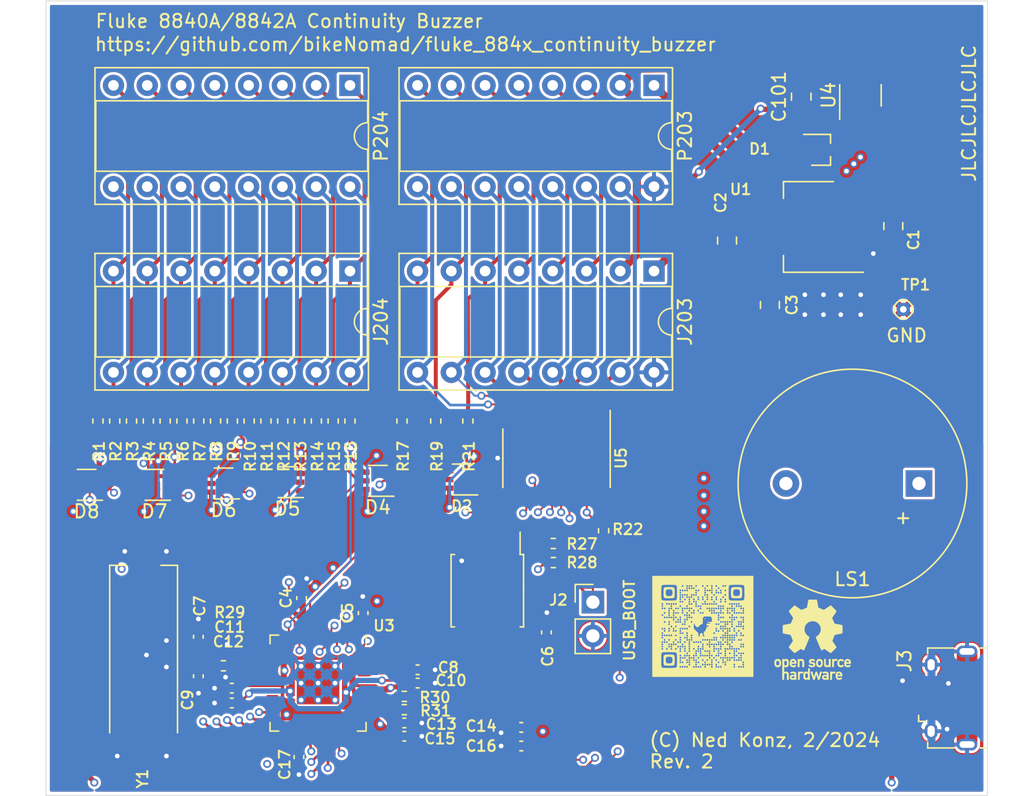
<source format=kicad_pcb>
(kicad_pcb (version 20240108) (generator "pcbnew") (generator_version "8.0")
  (title_block (title "Fluke 884x Continuity Buzzer") (date "2024-01-14") (rev "REV1") (company "Ned Konz"))
  (layers (0 "F.Cu" signal) (1 "In1.Cu" signal) (2 "In2.Cu" signal) (31 "B.Cu" signal) (34 "B.Paste" user) (35 "F.Paste" user) (36 "B.SilkS" user "B.Silkscreen") (37 "F.SilkS" user "F.Silkscreen") (38 "B.Mask" user) (39 "F.Mask" user) (44 "Edge.Cuts" user))
  (net 0 "")
  (net 1 "GND")
  (net 2 "+3V3")
  (net 3 "+1V1")
  (net 4 "/XIN")
  (net 5 "/USB_D-")
  (net 6 "/USB_D+")
  (net 7 "/~{USB_BOOT}")
  (net 8 "/QSPI_SS")
  (net 9 "/XOUT")
  (net 10 "/QSPI_SD1")
  (net 11 "/QSPI_SD2")
  (net 12 "/QSPI_SD0")
  (net 13 "/QSPI_SCLK")
  (net 14 "/QSPI_SD3")
  (net 15 "/F1")
  (net 16 "/F2")
  (net 17 "/S2")
  (net 18 "/S1")
  (net 19 "/S0")
  (net 20 "/G5")
  (net 21 "/G7")
  (net 22 "/G6")
  (net 23 "/RL0")
  (net 24 "/RL1")
  (net 25 "/RL6")
  (net 26 "/RL4")
  (net 27 "/RL2")
  (net 28 "/RL5")
  (net 29 "/RL3")
  (net 30 "/SWCLK")
  (net 31 "/SWD")
  (net 32 "/RUN")
  (net 33 "/PDP")
  (net 34 "/PS1")
  (net 35 "/Pd")
  (net 36 "/Pe")
  (net 37 "/Pf")
  (net 38 "/Pg")
  (net 39 "/PS3")
  (net 40 "/PS2")
  (net 41 "/Pb")
  (net 42 "/Pa")
  (net 43 "/Pc")
  (net 44 "/G0")
  (net 45 "/G1")
  (net 46 "/G4")
  (net 47 "/G3")
  (net 48 "/G2")
  (net 49 "G0_3V")
  (net 50 "G1_3V")
  (net 51 "G2_3V")
  (net 52 "G3_3V")
  (net 53 "G4_3V")
  (net 54 "G5_3V")
  (net 55 "G6_3V")
  (net 56 "G7_3V")
  (net 57 "PA_3V")
  (net 58 "PB_3V")
  (net 59 "PC_3V")
  (net 60 "PD_3V")
  (net 61 "PE_3V")
  (net 62 "PG_3V")
  (net 63 "PS1_3V")
  (net 64 "PS2_3V")
  (net 65 "PS3_3V")
  (net 66 "PDP_3V")
  (net 67 "/GPIO26_ADC0")
  (net 68 "/GPIO29_ADC3")
  (net 69 "/GPIO27_ADC1")
  (net 70 "/GPIO28_ADC2")
  (net 71 "RL0_3V")
  (net 72 "RL1_3V")
  (net 73 "RL2_3V")
  (net 74 "RL3_3V")
  (net 75 "RL4_3V")
  (net 76 "RL5_3V")
  (net 77 "RL6_3V")
  (net 78 "Net-(D1-K)")
  (net 79 "Net-(C9-Pad1)")
  (net 80 "/VBUS")
  (net 82 "Net-(U3-USB_DP)")
  (net 83 "Net-(U3-USB_DM)")
  (net 84 "+5V")
  (net 87 "PF_3V")
  (footprint "Capacitor_SMD:C_0805_2012Metric" (layer "F.Cu") (at 124.87 43.425 -90)
    (property "Reference" "C2")
    (property "Value" "10u")
  )
  (footprint "Connector_USB:USB_Micro-B_Amphenol_10118194_Horizontal" (layer "F.Cu") (at 141.6136 77.8375 90)
    (property "Reference" "J3")
    (property "Value" "USB_B_Micro")
  )
  (footprint "Connector_PinHeader_2.54mm:PinHeader_1x02_P2.54mm_Vertical" (layer "F.Cu") (at 114.7836 70.625)
    (property "Reference" "J2")
    (property "Value" "Conn_01x02")
  )
  (footprint "Capacitor_SMD:C_0402_1005Metric" (layer "F.Cu") (at 100.6074 80.7154)
    (property "Reference" "C15")
    (property "Value" "1u")
  )
  (footprint "Capacitor_SMD:C_0402_1005Metric" (layer "F.Cu") (at 100.6074 79.7154)
    (property "Reference" "C13")
    (property "Value" "1u")
  )
  (footprint "Capacitor_SMD:C_0402_1005Metric" (layer "F.Cu") (at 92.8836 70.315 90)
    (property "Reference" "C4")
    (property "Value" "100n")
  )
  (footprint "Capacitor_SMD:C_0402_1005Metric" (layer "F.Cu") (at 111.2924 72.9004 90)
    (property "Reference" "C6")
    (property "Value" "100n")
  )
  (footprint "Resistor_SMD:R_0402_1005Metric" (layer "F.Cu") (at 111.8074 66.2154 180)
    (property "Reference" "R27")
    (property "Value" "DNF")
  )
  (footprint "Package_TO_SOT_SMD:SOT-223-3_TabPin2" (layer "F.Cu") (at 131.02 42.4 180)
    (property "Reference" "U1")
    (property "Value" "AZ117EH-3.3")
  )
  (footprint "Package_SO:SOIC-8_5.23x5.23mm_P1.27mm" (layer "F.Cu") (at 106.8474 69.7654 -90)
    (property "Reference" "U2" (hide yes))
    (property "Value" "W25Q128JVS")
  )
  (footprint "Capacitor_SMD:C_0402_1005Metric" (layer "F.Cu") (at 85.1224 76.2004 -90)
    (property "Reference" "C9")
    (property "Value" "27p")
  )
  (footprint "Resistor_SMD:R_0402_1005Metric" (layer "F.Cu") (at 111.8136 67.65)
    (property "Reference" "R28")
    (property "Value" "1k")
  )
  (footprint "Capacitor_SMD:C_0402_1005Metric" (layer "F.Cu") (at 101.6074 76.7154)
    (property "Reference" "C10")
    (property "Value" "100n")
  )
  (footprint "Capacitor_SMD:C_0402_1005Metric" (layer "F.Cu") (at 92.6836 82.28 -90)
    (property "Reference" "C17")
    (property "Value" "100n")
  )
  (footprint "Capacitor_SMD:C_0402_1005Metric" (layer "F.Cu") (at 87.6374 77.0964 180)
    (property "Reference" "C11")
    (property "Value" "100n")
  )
  (footprint "Resistor_SMD:R_0402_1005Metric" (layer "F.Cu") (at 100.6074 77.7154 180)
    (property "Reference" "R30")
    (property "Value" "27")
  )
  (footprint "Capacitor_SMD:C_0402_1005Metric" (layer "F.Cu") (at 87.6374 78.2154 180)
    (property "Reference" "C12")
    (property "Value" "100n")
  )
  (footprint "Capacitor_SMD:C_0805_2012Metric" (layer "F.Cu") (at 137.37 42.3375 -90)
    (property "Reference" "C1")
    (property "Value" "10u")
  )
  (footprint "Capacitor_SMD:C_0402_1005Metric" (layer "F.Cu") (at 97.5136 71.45 90)
    (property "Reference" "C5")
    (property "Value" "100n")
  )
  (footprint "Capacitor_SMD:C_0402_1005Metric" (layer "F.Cu") (at 109.4 81.45 180)
    (property "Reference" "C16")
    (property "Value" "100n")
  )
  (footprint "RP2040_minimal:RP2040-QFN-56" (layer "F.Cu") (at 94.1224 76.7154 -90)
    (property "Reference" "U3")
    (property "Value" "RP2040")
  )
  (footprint "Capacitor_SMD:C_0402_1005Metric" (layer "F.Cu") (at 85.1224 73.2304 90)
    (property "Reference" "C7")
    (property "Value" "27p")
  )
  (footprint "Resistor_SMD:R_0402_1005Metric" (layer "F.Cu") (at 100.6074 78.7154 180)
    (property "Reference" "R31")
    (property "Value" "27")
  )
  (footprint "Capacitor_SMD:C_0402_1005Metric" (layer "F.Cu") (at 101.6074 75.7154)
    (property "Reference" "C8")
    (property "Value" "100n")
  )
  (footprint "Capacitor_SMD:C_0402_1005Metric" (layer "F.Cu") (at 109.4 80.05 180)
    (property "Reference" "C14")
    (property "Value" "100n")
  )
  (footprint "Resistor_SMD:R_0402_1005Metric" (layer "F.Cu") (at 87.0074 75.4154 180)
    (property "Reference" "R29")
    (property "Value" "1k")
  )
  (footprint "RP2040_minimal:Crystal_SMD_HC49-US" (layer "F.Cu") (at 81.0064 74.5564 -90)
    (property "Reference" "Y1")
    (property "Value" "ABLS-12.000MHZ-B4-T")
  )
  (footprint "Capacitor_SMD:C_0805_2012Metric" (layer "F.Cu") (at 128.0928 48.2696 -90)
    (property "Reference" "C3")
    (property "Value" "10u")
  )
  (footprint "Resistor_SMD:R_0402_1005Metric" (layer "F.Cu") (at 85.151 57 -90)
    (property "Reference" "R7")
    (property "Value" "270k")
  )
  (footprint "Resistor_SMD:R_0402_1005Metric" (layer "F.Cu") (at 88.9406 57 -90)
    (property "Reference" "R10")
    (property "Value" "270k")
  )
  (footprint "Package_TO_SOT_SMD:SOT-363_SC-70-6" (layer "F.Cu") (at 91.82 61.6 180)
    (property "Reference" "D5")
    (property "Value" "BAT54CDW")
  )
  (footprint "RP2040_minimal:qrcode" (layer "F.Cu") (at 123.05 72.45)
    (property "Reference" "G***" (hide yes))
    (property "Value" "LOGO" (hide yes))
  )
  (footprint "Package_TO_SOT_SMD:SOT-363_SC-70-6" (layer "F.Cu") (at 87.02 61.7 180)
    (property "Reference" "D6")
    (property "Value" "BAT54CDW")
  )
  (footprint "Resistor_SMD:R_0402_1005Metric" (layer "F.Cu") (at 115.59 65.25 -90)
    (property "Reference" "R22")
    (property "Value" "10k")
  )
  (footprint "RP2040_minimal:Buzzer_17x9RM10" (layer "F.Cu") (at 134.3 61.7 180)
    (property "Reference" "LS1")
    (property "Value" "Speaker_Crystal")
  )
  (footprint "Resistor_SMD:R_0402_1005Metric" (layer "F.Cu") (at 95.2568 57 -90)
    (property "Reference" "R15")
    (property "Value" "270k")
  )
  (footprint "Resistor_SMD:R_0402_1005Metric" (layer "F.Cu") (at 96.52 57 -90)
    (property "Reference" "R16")
    (property "Value" "270k")
  )
  (footprint "Package_TO_SOT_SMD:SOT-23-3" (layer "F.Cu") (at 134.9 32.5 90)
    (property "Reference" "U4")
    (property "Value" "umw_78l05_sot23")
  )
  (footprint "Resistor_SMD:R_0402_1005Metric" (layer "F.Cu") (at 100.4316 57 -90)
    (property "Reference" "R17")
    (property "Value" "270k")
  )
  (footprint "Resistor_SMD:R_0402_1005Metric" (layer "F.Cu") (at 81.3613 57 -90)
    (property "Reference" "R4")
    (property "Value" "270k")
  )
  (footprint "Resistor_SMD:R_0402_1005Metric" (layer "F.Cu") (at 78.8348 57 -90)
    (property "Reference" "R2")
    (property "Value" "270k")
  )
  (footprint "Package_TO_SOT_SMD:SOT-363_SC-70-6" (layer "F.Cu") (at 76.72 61.8 180)
    (property "Reference" "D8")
    (property "Value" "BAT54CDW")
  )
  (footprint "Package_DIP:DIP-16_W7.62mm_Socket" (layer "F.Cu") (at 96.52 31.75 -90)
    (property "Reference" "P204")
    (property "Value" "16 pin DIP plug")
  )
  (footprint "Package_DIP:DIP-16_W7.62mm_Socket" (layer "F.Cu") (at 96.52 45.72 -90)
    (property "Reference" "J204")
    (property "Value" "16 pin DIP socket")
  )
  (footprint "Capacitor_SMD:C_0805_2012Metric" (layer "F.Cu") (at 130.45 32.6 90)
    (property "Reference" "C101")
    (property "Value" "10u")
  )
  (footprint "Package_DIP:DIP-16_W7.62mm_Socket" (layer "F.Cu") (at 119.38 45.72 -90)
    (property "Reference" "J203")
    (property "Value" "16 pin DIP socket")
  )
  (footprint "Resistor_SMD:R_0402_1005Metric" (layer "F.Cu") (at 87.6774 57 -90)
    (property "Reference" "R9")
    (property "Value" "270k")
  )
  (footprint "Package_TO_SOT_SMD:SOT-323_SC-70" (layer "F.Cu") (at 131.92 36.6)
    (property "Reference" "D1")
    (property "Value" "BAS40-05W")
  )
  (footprint "Resistor_SMD:R_0402_1005Metric" (layer "F.Cu") (at 90.2039 57 -90)
    (property "Reference" "R11")
    (property "Value" "270k")
  )
  (footprint "Resistor_SMD:R_0402_1005Metric" (layer "F.Cu") (at 93.9935 57 -90)
    (property "Reference" "R14")
    (property "Value" "270k")
  )
  (footprint "Package_TO_SOT_SMD:SOT-363_SC-70-6" (layer "F.Cu") (at 104.92 61.4 180)
    (property "Reference" "D2")
    (property "Value" "BAT54CDW")
  )
  (footprint "Resistor_SMD:R_0402_1005Metric" (layer "F.Cu") (at 80.0981 57 -90)
    (property "Reference" "R3")
    (property "Value" "270k")
  )
  (footprint "Symbol:OSHW-Logo_5.7x6mm_SilkScreen" (layer "F.Cu") (at 131.3 73.45)
    (property "Reference" "REF**" (hide yes))
    (property "Value" "OSHW-Logo_5.7x6mm_SilkScreen" (hide yes))
  )
  (footprint "Package_SO:TSSOP-24_4.4x7.8mm_P0.65mm" (layer "F.Cu") (at 112.05 59.8 -90)
    (property "Reference" "U5")
    (property "Value" "SN74LVC8T245PW")
  )
  (footprint "TestPoint:TestPoint_THTPad_D1.0mm_Drill0.5mm" (layer "F.Cu") (at 138.12 48.6)
    (property "Reference" "TP1")
    (property "Value" "TestPoint")
  )
  (footprint "Package_TO_SOT_SMD:SOT-363_SC-70-6" (layer "F.Cu") (at 98.62 61.5 180)
    (property "Reference" "D4")
    (property "Value" "BAT54CDW")
  )
  (footprint "Resistor_SMD:R_0402_1005Metric" (layer "F.Cu") (at 91.4671 57 -90)
    (property "Reference" "R12")
    (property "Value" "270k")
  )
  (footprint "Resistor_SMD:R_0402_1005Metric" (layer "F.Cu") (at 105.3846 57 -90)
    (property "Reference" "R21")
    (property "Value" "270k")
  )
  (footprint "Resistor_SMD:R_0402_1005Metric" (layer "F.Cu") (at 102.9716 57 -90)
    (property "Reference" "R19")
    (property "Value" "270k")
  )
  (footprint "Resistor_SMD:R_0402_1005Metric" (layer "F.Cu") (at 83.8877 57 -90)
    (property "Reference" "R6")
    (property "Value" "270k")
  )
  (footprint "Package_TO_SOT_SMD:SOT-363_SC-70-6" (layer "F.Cu") (at 81.82 61.8 180)
    (property "Reference" "D7")
    (property "Value" "BAT54CDW")
  )
  (footprint "Resistor_SMD:R_0402_1005Metric" (layer "F.Cu") (at 77.5716 57 -90)
    (property "Reference" "R1")
    (property "Value" "270k")
  )
  (footprint "Resistor_SMD:R_0402_1005Metric" (layer "F.Cu") (at 92.7303 57 -90)
    (property "Reference" "R13")
    (property "Value" "270k")
  )
  (footprint "Resistor_SMD:R_0402_1005Metric" (layer "F.Cu") (at 86.4142 57 -90)
    (property "Reference" "R8")
    (property "Value" "270k")
  )
  (footprint "Package_DIP:DIP-16_W7.62mm_Socket" (layer "F.Cu") (at 119.38 31.75 -90)
    (property "Reference" "P203")
    (property "Value" "16 pin DIP plug")
  )
  (footprint "Resistor_SMD:R_0402_1005Metric" (layer "F.Cu") (at 82.6245 57 -90)
    (property "Reference" "R5")
    (property "Value" "270k")
  )
  (gr_rect (start 73.66 25.4) (end 144.44 85.1836) (stroke (width 0.05)) (fill none) (layer "Edge.Cuts"))
  (gr_text "(C) Ned Konz, 2/2024\nRev. 2" (at 118.95 83.2 0) (layer "F.SilkS") (effects (font (size 1 1)) (justify left bottom)))
  (gr_text "JLCJLCJLCJLC" (at 143.65 39.1 90) (layer "F.SilkS") (effects (font (size 1 1)) (justify left bottom)))
  (gr_text "Fluke 8840A/8842A Continuity Buzzer" (at 77.3 27.5 0) (layer "F.SilkS") (effects (font (size 1 1)) (justify left bottom)))
  (gr_text "https://github.com/bikeNomad/fluke_884x_continuity_buzzer" (at 77.25 29.25 0) (layer "F.SilkS") (effects (font (size 1 1)) (justify left bottom)))
  (gr_text "\nUSB_BOOT" (at 116.88355 72 90) (layer "F.SilkS") (effects (font (size 0.8 0.8))))
  (gr_text "GND" (at 136.75 51.15 0) (layer "F.SilkS") (effects (font (size 1 1)) (justify left bottom)))
  (segment (start 104.942 66.9133) (end 104.942 66.9129) (width 0.15) (layer "F.Cu") (net 1))
  (segment (start 108.475 59.7904) (end 108.475 62.6625) (width 0.15) (layer "F.Cu") (net 1))
  (segment (start 109.125 56.9375) (end 108.475 56.9375) (width 0.15) (layer "F.Cu") (net 1))
  (segment (start 141.514 76.7402) (end 142.089 76.7402) (width 0.15) (layer "F.Cu") (net 1))
  (segment (start 85.1224 77.4659) (end 85.1224 76.6854) (width 0.15) (layer "F.Cu") (net 1))
  (segment (start 142.089 76.8076) (end 142.089 76.7402) (width 0.2) (layer "F.Cu") (net 1))
  (segment (start 101.092 79.7154) (end 101.922 79.7154) (width 0.2) (layer "F.Cu") (net 1))
  (segment (start 85.1339 77.4774) (end 85.1224 77.4659) (width 0.15) (layer "F.Cu") (net 1))
  (segment (start 111.293 72.1204) (end 111.323 72.0904) (width 0.2) (layer "F.Cu") (net 1))
  (segment (start 102.092 76.7154) (end 102.922 76.7154) (width 0.2) (layer "F.Cu") (net 1))
  (segment (start 90.6849 75.7154) (end 89.4679 75.7154) (width 0.2) (layer "F.Cu") (net 1))
  (segment (start 108.285 80.05) (end 107.885 80.45) (width 0.15) (layer "F.Cu") (net 1))
  (segment (start 111.323 72.0904) (end 111.323 71.4154) (width 0.2) (layer "F.Cu") (net 1))
  (segment (start 104.943 67.4954) (end 104.923 67.5154) (width 0.2) (layer "F.Cu") (net 1))
  (segment (start 142.089 79.4889) (end 142.262 79.4889) (width 0.15) (layer "F.Cu") (net 1))
  (segment (start 134.17 44.7) (end 135.57 44.7) (width 0.2) (layer "F.Cu") (net 1))
  (segment (start 142.089 79.1444) (end 142.6067 79.1444) (width 0.15) (layer "F.Cu") (net 1))
  (segment (start 136.432 43.8375) (end 136.808 43.8375) (width 0.2) (layer "F.Cu") (net 1))
  (segment (start 136.995 43.275) (end 136.432 43.8375) (width 0.2) (layer "F.Cu") (net 1))
  (segment (start 111.292 72.1943) (end 111.292 72.2508) (width 0.2) (layer "F.Cu") (net 1))
  (segment (start 97.5136 70.745) (end 97.5136 70.97) (width 0.15) (layer "F.Cu") (net 1))
  (segment (start 107.622 59.7904) (end 108.475 59.7904) (width 0.15) (layer "F.Cu") (net 1))
  (segment (start 92.6836 82.76) (end 92.6836 83.6) (width 0.15) (layer "F.Cu") (net 1))
  (segment (start 142.089 76.8076) (end 142.8837 76.8076) (width 0.15) (layer "F.Cu") (net 1))
  (segment (start 108.915 81.45) (end 107.885 81.45) (width 0.2) (layer "F.Cu") (net 1))
  (segment (start 111.293 72.231) (end 111.293 72.1941) (width 0.2) (layer "F.Cu") (net 1))
  (segment (start 92.8836 69.83) (end 93.2636 68.85) (width 0.2) (layer "F.Cu") (net 1))
  (segment (start 142.089 80.1779) (end 142.089 80.2975) (width 0.2) (layer "F.Cu") (net 1))
  (segment (start 104.942 67.1627) (end 104.942 66.9133) (width 0.2) (layer "F.Cu") (net 1))
  (segment (start 142.089 79.1444) (end 142.089 79.4889) (width 0.2) (layer "F.Cu") (net 1))
  (segment (start 104.942 66.9129) (end 104.942 66.664) (width 0.2) (layer "F.Cu") (net 1))
  (segment (start 108.475 56.9375) (end 108.475 59.7904) (width 0.15) (layer "F.Cu") (net 1))
  (segment (start 89.4679 75.7154) (end 87.5469 73.7944) (width 0.2) (layer "F.Cu") (net 1))
  (segment (start 140.2136 76.5375) (end 138.064 76.5375) (width 0.2) (layer "F.Cu") (net 1))
  (segment (start 85.8569 76.2709) (end 86.0229 76.2709) (width 0.15) (layer "F.Cu") (net 1))
  (segment (start 141.414 80.1779) (end 142.089 80.1779) (width 0.15) (layer "F.Cu") (net 1))
  (segment (start 135.57 44.7) (end 135.87 44.4) (width 0.2) (layer "F.Cu") (net 1))
  (segment (start 111.293 72.1941) (end 111.292 72.1943) (width 0.2) (layer "F.Cu") (net 1))
  (segment (start 111.293 72.2679) (end 111.293 72.231) (width 0.2) (layer "F.Cu") (net 1))
  (segment (start 142.089 76.7402) (end 142.089 75.3775) (width 0.2) (layer "F.Cu") (net 1))
  (segment (start 104.942 66.9133) (end 104.942 66.9129) (width 0.2) (layer "F.Cu") (net 1))
  (segment (start 142.089 78.8) (end 142.089 79.1444) (width 0.2) (layer "F.Cu") (net 1))
  (segment (start 97.4836 70.715) (end 97.5136 70.745) (width 0.15) (layer "F.Cu") (net 1))
  (segment (start 87.5469 73.7944) (end 87.2929 73.7944) (width 0.2) (layer "F.Cu") (net 1))
  (segment (start 104.943 66.8304) (end 104.943 67.1629) (width 0.2) (layer "F.Cu") (net 1))
  (segment (start 87.1524 77.0964) (end 86.3404 77.0964) (width 0.2) (layer "F.Cu") (net 1))
  (segment (start 87.1524 78.2154) (end 86.3404 78.2154) (width 0.2) (layer "F.Cu") (net 1))
  (segment (start 108.915 80.05) (end 108.285 80.05) (width 0.15) (layer "F.Cu") (net 1))
  (segment (start 102.092 75.7154) (end 102.922 75.7154) (width 0.2) (layer "F.Cu") (net 1))
  (segment (start 104.943 67.1629) (end 104.942 67.1627) (width 0.2) (layer "F.Cu") (net 1))
  (segment (start 104.942 66.9129) (end 104.942 66.664) (width 0.15) (layer "F.Cu") (net 1))
  (segment (start 136.432 43.8375) (end 135.87 44.4) (width 0.2) (layer "F.Cu") (net 1))
  (segment (start 85.1224 76.6854) (end 85.4424 76.6854) (width 0.15) (layer "F.Cu") (net 1))
  (segment (start 101.092 80.7154) (end 101.922 80.7154) (width 0.2) (layer "F.Cu") (net 1))
  (segment (start 142.089 79.4889) (end 142.089 80.1779) (width 0.2) (layer "F.Cu") (net 1))
  (segment (start 82.7224 73.5154) (end 83.5224 73.5154) (width 0.2) (layer "F.Cu") (net 1))
  (segment (start 111.293 72.1941) (end 111.293 72.1204) (width 0.2) (layer "F.Cu") (net 1))
  (segment (start 85.1224 72.7454) (end 85.1224 71.8894) (width 0.2) (layer "F.Cu") (net 1))
  (segment (start 97.4836 70.715) (end 97.4836 70.2) (width 0.2) (layer "F.Cu") (net 1))
  (segment (start 85.4424 76.6854) (end 85.8569 76.2709) (width 0.15) (layer "F.Cu") (net 1))
  (segment (start 142.9136 81.3375) (end 142.9136 80.7375) (width 0.15) (layer "F.Cu") (net 1))
  (segment (start 136.808 43.8375) (end 137.37 43.275) (width 0.2) (layer "F.Cu") (net 1))
  (segment (start 104.943 67.1629) (end 104.943 67.4954) (width 0.2) (layer "F.Cu") (net 1))
  (via (at 132.12 49) (size 0.6) (drill 0.35) (layers "F.Cu" "B.Cu") (net 1))
  (via (at 82.7224 73.5154) (size 0.6) (drill 0.35) (layers "F.Cu" "B.Cu") (net 1))
  (via (at 135.87 44.4) (size 0.6) (drill 0.35) (layers "F.Cu" "B.Cu") (net 1))
  (via (at 86.3404 77.0964) (size 0.6) (drill 0.35) (layers "F.Cu" "B.Cu") (net 1))
  (via (at 92.6836 83.6) (size 0.6) (drill 0.35) (layers "F.Cu" "B.Cu") (net 1))
  (via (at 82.7224 66.8054) (size 0.6) (drill 0.35) (layers "F.Cu" "B.Cu") (net 1))
  (via (at 138.064 76.5375) (size 0.6) (drill 0.35) (layers "F.Cu" "B.Cu") (net 1))
  (via (at 102.922 75.7154) (size 0.6) (drill 0.35) (layers "F.Cu" "B.Cu") (net 1))
  (via (at 130.72 49) (size 0.6) (drill 0.35) (layers "F.Cu" "B.Cu") (net 1))
  (via (at 85.1224 71.8894) (size 0.6) (drill 0.35) (layers "F.Cu" "B.Cu") (net 1))
  (via (at 107.885 81.45) (size 0.6) (drill 0.35) (layers "F.Cu" "B.Cu") (net 1))
  (via (at 86.3404 78.2154) (size 0.6) (drill 0.35) (layers "F.Cu" "B.Cu") (net 1))
  (via (at 133.42 49) (size 0.6) (drill 0.35) (layers "F.Cu" "B.Cu") (net 1))
  (via (at 107.622 59.7904) (size 0.6) (drill 0.35) (layers "F.Cu" "B.Cu") (net 1))
  (via (at 111.323 71.4154) (size 0.6) (drill 0.35) (layers "F.Cu" "B.Cu") (net 1))
  (via (at 134.92 47.5) (size 0.6) (drill 0.35) (layers "F.Cu" "B.Cu") (net 1))
  (via (at 130.72 47.5) (size 0.6) (drill 0.35) (layers "F.Cu" "B.Cu") (net 1))
  (via (at 101.922 80.7154) (size 0.6) (drill 0.35) (layers "F.Cu" "B.Cu") (net 1))
  (via (at 141.414 80.1779) (size 0.6) (drill 0.35) (layers "F.Cu" "B.Cu") (net 1))
  (via (at 82.7224 75.5054) (size 0.6) (drill 0.35) (layers "F.Cu" "B.Cu") (net 1))
  (via (at 132.12 47.5) (size 0.6) (drill 0.35) (layers "F.Cu" "B.Cu") (net 1))
  (via (at 97.4836 70.2) (size 0.6) (drill 0.35) (layers "F.Cu" "B.Cu") (net 1))
  (via (at 82.7224 82.2054) (size 0.6) (drill 0.35) (layers "F.Cu" "B.Cu") (net 1))
  (via (at 79.5906 66.8054) (size 0.6) (drill 0.35) (layers "F.Cu" "B.Cu") (net 1))
  (via (at 133.42 47.5) (size 0.6) (drill 0.35) (layers "F.Cu" "B.Cu") (net 1))
  (via (at 87.1659 76.2709) (size 0.6) (drill 0.35) (layers "F.Cu" "B.Cu") (net 1))
  (via (at 101.922 79.7154) (size 0.6) (drill 0.35) (layers "F.Cu" "B.Cu") (net 1))
  (via (at 102.922 76.7154) (size 0.6) (drill 0.35) (layers "F.Cu" "B.Cu") (net 1))
  (via (at 107.885 80.45) (size 0.6) (drill 0.35) (layers "F.Cu" "B.Cu") (net 1))
  (via (at 134.92 49) (size 0.6) (drill 0.35) (layers "F.Cu" "B.Cu") (net 1))
  (via (at 85.1339 77.4774) (size 0.6) (drill 0.35) (layers "F.Cu" "B.Cu") (net 1))
  (via (at 87.2929 73.7944) (size 0.6) (drill 0.35) (layers "F.Cu" "B.Cu") (net 1))
  (via (at 104.923 67.5154) (size 0.6) (drill 0.35) (layers "F.Cu" "B.Cu") (net 1))
  (via (at 141.514 76.7402) (size 0.6) (drill 0.35) (layers "F.Cu" "B.Cu") (net 1))
  (via (at 81.2224 74.6054) (size 0.6) (drill 0.35) (layers "F.Cu" "B.Cu") (net 1))
  (via (at 79.0224 82.2054) (size 0.6) (drill 0.35) (layers "F.Cu" "B.Cu") (net 1))
  (via (at 93.2636 68.85) (size 0.6) (drill 0.35) (layers "F.Cu" "B.Cu") (net 1))
  (segment (start 140.239 82.4375) (end 140.239 73.2375) (width 0.6) (layer "B.Cu") (net 1))
  (segment (start 99.57 60.85) (end 99.57 60.65) (width 0.2) (layer "F.Cu") (net 2))
  (segment (start 97.67 62.15) (end 97.67 63.65) (width 0.2) (layer "F.Cu") (net 2))
  (segment (start 128.093 47.3321) (end 128.0928 47.3321) (width 1) (layer "F.Cu") (net 2))
  (segment (start 90.92 63.7) (end 90.895 63.7) (width 0.2) (layer "F.Cu") (net 2))
  (segment (start 123.12 63.8) (end 123.12 64.9) (width 1) (layer "F.Cu") (net 2))
  (segment (start 123.12 61.3) (end 123.12 62.6) (width 1) (layer "F.Cu") (net 2))
  (segment (start 127.87 42.4) (end 134.17 42.4) (width 1) (layer "F.Cu") (net 2))
  (segment (start 97.5599 78.9154) (end 96.9224 78.9154) (width 0.2) (layer "F.Cu") (net 2))
  (segment (start 86.07 62.35) (end 86.07 63.65) (width 0.2) (layer "F.Cu") (net 2))
  (segment (start 101.122 76.7154) (end 100.36 76.7154) (width 0.2) (layer "F.Cu") (net 2))
  (segment (start 128.0928 47.3321) (end 127.393 47.3321) (width 1) (layer "F.Cu") (net 2))
  (segment (start 97.67 63.65) (end 97.82 63.8) (width 0.2) (layer "F.Cu") (net 2))
  (segment (start 80.87 62.45) (end 80.87 63.65) (width 0.2) (layer "F.Cu") (net 2))
  (segment (start 100.36 76.7154) (end 100.01 77.0654) (width 0.2) (layer "F.Cu") (net 2))
  (segment (start 90.6849 76.9154) (end 88.6169 76.9154) (width 0.2) (layer "F.Cu") (net 2))
  (segment (start 123.12 51.6049) (end 123.12 61.3) (width 1) (layer "F.Cu") (net 2))
  (segment (start 90.6849 76.9154) (end 91.3224 76.9154) (width 0.2) (layer "F.Cu") (net 2))
  (segment (start 97.5599 79.3154) (end 96.7224 79.3154) (width 0.2) (layer "F.Cu") (net 2))
  (segment (start 97.5599 77.3154) (end 98.3224 77.3154) (width 0.2) (layer "F.Cu") (net 2))
  (segment (start 105.87 60.75) (end 105.87 59.65) (width 0.2) (layer "F.Cu") (net 2))
  (segment (start 103.97 62.05) (end 103.97 63.45) (width 0.2) (layer "F.Cu") (net 2))
  (segment (start 100.01 77.0654) (end 99.5804 77.0654) (width 0.2) (layer "F.Cu") (net 2))
  (segment (start 92.8836 70.6651) (end 93.9 69.6487) (width 0.15) (layer "F.Cu") (net 2))
  (segment (start 96.7224 73.2779) (end 96.7224 72.4154) (width 0.2) (layer "F.Cu") (net 2))
  (segment (start 105.92 59.6) (end 105.87 59.65) (width 0.2) (layer "F.Cu") (net 2))
  (segment (start 98.3224 77.3154) (end 98.5724 77.0654) (width 0.2) (layer "F.Cu") (net 2))
  (segment (start 93.9 69.6487) (end 93.9 69.45) (width 0.15) (layer "F.Cu") (net 2))
  (segment (start 90.87 62.25) (end 90.87 63.65) (width 0.2) (layer "F.Cu") (net 2))
  (segment (start 96.7224 79.1154) (end 96.7224 79.3154) (width 0.2) (layer "F.Cu") (net 2))
  (segment (start 96.9224 78.9154) (end 96.7224 79.1154) (width 0.2) (layer "F.Cu") (net 2))
  (segment (start 90.87 63.65) (end 90.92 63.7) (width 0.2) (layer "F.Cu") (net 2))
  (segment (start 96.9224 77.3154) (end 96.7224 77.1154) (width 0.2) (layer "F.Cu") (net 2))
  (segment (start 88.4359 77.0964) (end 88.1174 77.0964) (width 0.2) (layer "F.Cu") (net 2))
  (segment (start 80.87 63.65) (end 81.02 63.8) (width 0.2) (layer "F.Cu") (net 2))
  (segment (start 92.82 59.4) (end 92.82 60.9) (width 0.2) (layer "F.Cu") (net 2))
  (segment (start 127.87 45.1044) (end 127.87 47.1093) (width 1) (layer "F.Cu") (net 2))
  (segment (start 88.6169 76.9154) (end 88.4359 77.0964) (width 0.2) (layer "F.Cu") (net 2))
  (segment (start 127.782 45.0169) (end 127.782 42.4875) (width 0.15) (layer "F.Cu") (net 2))
  (segment (start 123.12 62.6) (end 123.12 63.8) (width 1) (layer "F.Cu") (net 2))
  (segment (start 108.753 73.3654) (end 111.273 73.3654) (width 0.2) (layer "F.Cu") (net 2))
  (segment (start 97.5599 77.3154) (end 96.9224 77.3154) (width 0.2) (layer "F.Cu") (net 2))
  (segment (start 87.97 61.05) (end 87.97 59.75) (width 0.2) (layer "F.Cu") (net 2))
  (segment (start 103.97 63.45) (end 104.02 63.5) (width 0.2) (layer "F.Cu") (net 2))
  (segment (start 99.5804 77.0654) (end 98.5724 77.0654) (width 0.2) (layer "F.Cu") (net 2))
  (segment (start 86.07 63.65) (end 86.12 63.7) (width 0.2) (layer "F.Cu") (net 2))
  (segment (start 98.4224 76.9154) (end 97.5599 76.9154) (width 0.2) (layer "F.Cu") (net 2))
  (segment (start 82.77 60.65) (end 82.12 60) (width 0.2) (layer "F.Cu") (net 2))
  (segment (start 97.5599 76.9154) (end 97.1224 76.9154) (width 0.2) (layer "F.Cu") (net 2))
  (segment (start 87.97 59.75) (end 87.82 59.6) (width 0.2) (layer "F.Cu") (net 2))
  (segment (start 98.0224 78.9154) (end 99.8224 80.7154) (width 0.2) (layer "F.Cu") (net 2))
  (segment (start 127.87 43.0995) (end 127.87 45.1044) (width 1) (layer "F.Cu") (net 2))
  (segment (start 93.1224 80.1529) (end 93.1136 81.25) (width 0.2) (layer "F.Cu") (net 2))
  (segment (start 98.5724 77.0654) (end 98.4224 76.9154) (width 0.2) (layer "F.Cu") (net 2))
  (segment (start 99.57 60.65) (end 98.52 59.6) (width 0.2) (layer "F.Cu") (net 2))
  (segment (start 93.0836 71) (end 92.8836 70.8) (width 0.2) (layer "F.Cu") (net 2))
  (segment (start 127.393 47.3321) (end 123.12 51.6049) (width 1) (layer "F.Cu") (net 2))
  (segment (start 75.77 63.75) (end 75.72 63.8) (width 0.2) (layer "F.Cu") (net 2))
  (segment (start 93.1224 73.2779) (end 93.1224 70.9154) (width 0.2) (layer "F.Cu") (net 2))
  (segment (start 75.77 62.45) (end 75.77 63.75) (width 0.2) (layer "F.Cu") (net 2))
  (segment (start 97.5599 78.9154) (end 98.0224 78.9154) (width 0.2) (layer "F.Cu") (net 2))
  (segment (start 93.1136 81.25) (end 92.9424 81.5412) (width 0.2) (layer "F.Cu") (net 2))
  (segment (start 91.3224 76.9154) (end 91.5224 76.7154) (width 0.2) (layer "F.Cu") (net 2))
  (segment (start 124.87 42.4875) (end 127.782 42.4875) (width 1) (layer "F.Cu") (net 2))
  (segment (start 96.7224 72.4154) (end 97.4836 72.195) (width 0.2) (layer "F.Cu") (net 2))
  (segment (start 92.9424 81.5412) (end 92.6836 81.8) (width 0.2) (layer "F.Cu") (net 2))
  (segment (start 127.87 45.1044) (end 127.782 45.0169) (width 0.15) (layer "F.Cu") (net 2))
  (segment (start 82.77 61.15) (end 82.77 60.65) (width 0.2) (layer "F.Cu") (net 2))
  (segment (start 127.87 47.1093) (end 128.093 47.3321) (width 1) (layer "F.Cu") (net 2))
  (segment (start 109.885 81.45) (end 109.885 80.05) (width 0.2) (layer "F.Cu") (net 2))
  (segment (start 99.8224 80.7154) (end 100.122 80.7154) (width 0.2) (layer "F.Cu") (net 2))
  (segment (start 96.7224 79.3154) (end 96.7224 80.1529) (width 0.2) (layer "F.Cu") (net 2))
  (via (at 98.8 79.8) (size 0.6) (drill 0.35) (layers "F.Cu" "B.Cu") (net 2))
  (via (at 111.02 80.35) (size 0.6) (drill 0.35) (layers "F.Cu" "B.Cu") (net 2))
  (via (at 91.6048 75.7788) (size 0.6) (drill 0.35) (layers "F.Cu" "B.Cu") (net 2))
  (via (at 90.895 63.7) (size 0.6) (drill 0.35) (layers "F.Cu" "B.Cu") (net 2))
  (via (at 81.02 63.8) (size 0.6) (drill 0.35) (layers "F.Cu" "B.Cu") (net 2))
  (via (at 86.12 63.7) (size 0.6) (drill 0.35) (layers "F.Cu" "B.Cu") (net 2))
  (via (at 92.82 59.4) (size 0.6) (drill 0.35) (layers "F.Cu" "B.Cu") (net 2))
  (via (at 105.87 59.65) (size 0.6) (drill 0.35) (layers "F.Cu" "B.Cu") (net 2))
  (via (at 98.52 59.6) (size 0.6) (drill 0.35) (layers "F.Cu" "B.Cu") (net 2))
  (via (at 87.82 59.6) (size 0.6) (drill 0.35) (layers "F.Cu" "B.Cu") (net 2))
  (via (at 123.12 64.9) (size 0.6) (drill 0.35) (layers "F.Cu" "B.Cu") (net 2))
  (via (at 97.82 63.8) (size 0.6) (drill 0.35) (layers "F.Cu" "B.Cu") (net 2))
  (via (at 99.5804 77.0654) (size 0.6) (drill 0.35) (layers "F.Cu" "B.Cu") (net 2))
  (via (at 95.25 68.05) (size 0.6) (drill 0.35) (layers "F.Cu" "B.Cu") (net 2))
  (via (at 75.72 63.8) (size 0.6) (drill 0.35) (layers "F.Cu" "B.Cu") (net 2))
  (via (at 123.12 61.3) (size 0.6) (drill 0.35) (layers "F.Cu" "B.Cu") (net 2))
  (via (at 82.12 60) (size 0.6) (drill 0.35) (layers "F.Cu" "B.Cu") (net 2))
  (via (at 93.9 69.45) (size 0.6) (drill 0.35) (layers "F.Cu" "B.Cu") (net 2))
  (via (at 91.7571 79.0808) (size 0.6) (drill 0.35) (layers "F.Cu" "B.Cu") (net 2))
  (via (at 104.02 63.5) (size 0.6) (drill 0.35) (layers "F.Cu" "B.Cu") (net 2))
  (via (at 123.12 62.6) (size 0.6) (drill 0.35) (layers "F.Cu" "B.Cu") (net 2))
  (via (at 98.55 70.55) (size 0.6) (drill 0.35) (layers "F.Cu" "B.Cu") (net 2))
  (via (at 123.12 63.8) (size 0.6) (drill 0.35) (layers "F.Cu" "B.Cu") (net 2))
  (segment (start 104.02 61.5) (end 104.02 63.5) (width 0.2) (layer "B.Cu") (net 2))
  (segment (start 97.82 60.3) (end 97.82 63.8) (width 0.2) (layer "B.Cu") (net 2))
  (segment (start 105.87 59.65) (end 104.02 61.5) (width 0.2) (layer "B.Cu") (net 2))
  (segment (start 82.12 62.7) (end 82.12 60) (width 0.2) (layer "B.Cu") (net 2))
  (segment (start 92.82 61.775) (end 92.82 59.4) (width 0.2) (layer "B.Cu") (net 2))
  (segment (start 90.895 63.7) (end 92.82 61.775) (width 0.2) (layer "B.Cu") (net 2))
  (segment (start 86.12 61.3) (end 86.12 63.7) (width 0.2) (layer "B.Cu") (net 2))
  (segment (start 98.52 59.6) (end 97.82 60.3) (width 0.2) (layer "B.Cu") (net 2))
  (segment (start 87.82 59.6) (end 86.12 61.3) (width 0.2) (layer "B.Cu") (net 2))
  (segment (start 81.02 63.8) (end 82.12 62.7) (width 0.2) (layer "B.Cu") (net 2))
  (segment (start 96.1224 77.1154) (end 96.2224 77.2154) (width 0.15) (layer "F.Cu") (net 3))
  (segment (start 88.2224 78.2154) (end 88.4211 78.0167) (width 0.2) (layer "F.Cu") (net 3))
  (segment (start 99.5224 79.7154) (end 100.122 79.7154) (width 0.2) (layer "F.Cu") (net 3))
  (segment (start 98.9224 76.5154) (end 100.027 76.5154) (width 0.2) (layer "F.Cu") (net 3))
  (segment (start 97.5599 76.5154) (end 98.9224 76.5154) (width 0.2) (layer "F.Cu") (net 3))
  (segment (start 97.5599 78.5154) (end 96.7224 78.5154) (width 0.2) (layer "F.Cu") (net 3))
  (segment (start 100.027 76.5154) (end 100.827 75.7154) (width 0.2) (layer "F.Cu") (net 3))
  (segment (start 98.3224 78.5154) (end 99.5224 79.7154) (width 0.2) (layer "F.Cu") (net 3))
  (segment (start 100.827 75.7154) (end 101.122 75.7154) (width 0.2) (layer "F.Cu") (net 3))
  (segment (start 90.6849 77.3154) (end 89.1224 77.3154) (width 0.2) (layer "F.Cu") (net 3))
  (segment (start 89.1224 77.3154) (end 88.9224 77.5154) (width 0.2) (layer "F.Cu") (net 3))
  (segment (start 88.4211 78.0167) (end 88.9224 77.5154) (width 0.2) (layer "F.Cu") (net 3))
  (segment (start 88.3161 78.0167) (end 88.1174 78.2154) (width 0.2) (layer "F.Cu") (net 3))
  (segment (start 97.5599 78.5154) (end 98.3224 78.5154) (width 0.2) (layer "F.Cu") (net 3))
  (segment (start 96.2224 77.2154) (end 96.2224 77.4154) (width 0.15) (layer "F.Cu") (net 3))
  (segment (start 88.4211 78.0167) (end 88.3161 78.0167) (width 0.2) (layer "F.Cu") (net 3))
  (via (at 96.2224 77.4154) (size 0.6) (drill 0.35) (layers "F.Cu" "B.Cu") (net 3))
  (via (at 98.9224 76.5154) (size 0.6) (drill 0.35) (layers "F.Cu" "B.Cu") (net 3))
  (via (at 92.0224 77.3154) (size 0.6) (drill 0.35) (layers "F.Cu" "B.Cu") (net 3))
  (via (at 88.9224 77.5154) (size 0.6) (drill 0.35) (layers "F.Cu" "B.Cu") (net 3))
  (segment (start 92.0124 77.3054) (end 92.0224 77.3154) (width 0.4) (layer "B.Cu") (net 3))
  (segment (start 92.0224 77.3154) (end 92.0224 78.0846) (width 0.4) (layer "B.Cu") (net 3))
  (segment (start 95.6774 78.6404) (end 96.2224 78.0954) (width 0.4) (layer "B.Cu") (net 3))
  (segment (start 92.5781 78.6404) (end 95.6774 78.6404) (width 0.4) (layer "B.Cu") (net 3))
  (segment (start 92.0224 78.0846) (end 92.5781 78.6404) (width 0.4) (layer "B.Cu") (net 3))
  (segment (start 96.2224 77.4054) (end 96.2224 77.4154) (width 0.4) (layer "B.Cu") (net 3))
  (segment (start 89.1324 77.3054) (end 92.0124 77.3054) (width 0.4) (layer "B.Cu") (net 3))
  (segment (start 88.9224 77.5154) (end 89.1324 77.3054) (width 0.4) (layer "B.Cu") (net 3))
  (segment (start 96.2224 78.0954) (end 96.2224 77.4154) (width 0.4) (layer "B.Cu") (net 3))
  (segment (start 98.9224 76.5154) (end 97.1124 76.5154) (width 0.4) (layer "B.Cu") (net 3))
  (segment (start 97.1124 76.5154) (end 96.2224 77.4054) (width 0.4) (layer "B.Cu") (net 3))
  (segment (start 85.9224 74.5154) (end 85.1224 73.7154) (width 0.2) (layer "F.Cu") (net 4))
  (segment (start 89.1846 76.1154) (end 87.5846 74.5154) (width 0.2) (layer "F.Cu") (net 4))
  (segment (start 90.6849 76.1154) (end 89.1846 76.1154) (width 0.2) (layer "F.Cu") (net 4))
  (segment (start 84.4719 74.3659) (end 82.3399 74.3659) (width 0.2) (layer "F.Cu") (net 4))
  (segment (start 81.0064 73.0324) (end 81.0064 70.0564) (width 0.2) (layer "F.Cu") (net 4))
  (segment (start 85.1224 73.7154) (end 84.4719 74.3659) (width 0.2) (layer "F.Cu") (net 4))
  (segment (start 82.3399 74.3659) (end 81.0064 73.0324) (width 0.2) (layer "F.Cu") (net 4))
  (segment (start 87.5846 74.5154) (end 85.9224 74.5154) (width 0.2) (layer "F.Cu") (net 4))
  (segment (start 138.414 78.7) (end 140.2136 78.4875) (width 0.2) (layer "F.Cu") (net 5))
  (segment (start 101.117 78.6904) (end 138.414 78.7) (width 0.8) (layer "F.Cu") (net 5))
  (segment (start 101.105 78.7029) (end 101.117 78.6904) (width 0.8) (layer "F.Cu") (net 5))
  (segment (start 101.1174 77.7279) (end 138.328 77.7279) (width 0.8) (layer "F.Cu") (net 6))
  (segment (start 139.189 77.8) (end 140.2136 77.8375) (width 0.2) (layer "F.Cu") (net 6))
  (segment (start 138.328 77.7279) (end 139.189 77.8) (width 0.2) (layer "F.Cu") (net 6))
  (segment (start 113.929 69.5483) (end 113.606 69.225) (width 0.15) (layer "F.Cu") (net 7))
  (segment (start 113.606 69.225) (end 112.427 67.825) (width 0.2) (layer "F.Cu") (net 7))
  (segment (start 114.195 69.925) (end 113.606 69.225) (width 0.2) (layer "F.Cu") (net 7))
  (segment (start 114.784 70.0866) (end 114.784 69.5483) (width 0.15) (layer "F.Cu") (net 7))
  (segment (start 114.784 69.5483) (end 113.929 69.5483) (width 0.15) (layer "F.Cu") (net 7))
  (segment (start 111.304 67.3737) (end 111.304 67.4647) (width 0.15) (layer "F.Cu") (net 8))
  (segment (start 111.323 67.5558) (end 111.323 67.3543) (width 0.2) (layer "F.Cu") (net 8))
  (segment (start 97.5599 73.8494) (end 97.5599 74.1154) (width 0.15) (layer "F.Cu") (net 8))
  (segment (start 111.323 67.3543) (end 111.323 67.1529) (width 0.2) (layer "F.Cu") (net 8))
  (segment (start 111.323 66.5904) (end 111.323 67.1529) (width 0.15) (layer "F.Cu") (net 8))
  (segment (start 111.323 66.5029) (end 111.2974 66.4773) (width 0.15) (layer "F.Cu") (net 8))
  (segment (start 97.8595 73.5498) (end 97.5599 73.8494) (width 0.15) (layer "F.Cu") (net 8))
  (segment (start 110.9521 67.8556) (end 110.652 68.1555) (width 0.15) (layer "F.Cu") (net 8))
  (segment (start 111.252 67.5558) (end 110.9521 67.8556) (width 0.15) (layer "F.Cu") (net 8))
  (segment (start 108.753 66.1654) (end 111.247 66.1654) (width 0.15) (layer "F.Cu") (net 8))
  (segment (start 111.323 66.4155) (end 111.323 66.5029) (width 0.2) (layer "F.Cu") (net 8))
  (segment (start 110.9521 67.8556) (end 111.098 67.8556) (width 0.15) (layer "F.Cu") (net 8))
  (segment (start 111.323 67.3543) (end 111.304 67.3737) (width 0.15) (layer "F.Cu") (net 8))
  (segment (start 111.098 67.8556) (end 111.3036 67.65) (width 0.15) (layer "F.Cu") (net 8))
  (segment (start 111.2974 66.4773) (end 111.2974 66.2154) (width 0.15) (layer "F.Cu") (net 8))
  (segment (start 111.323 66.5029) (end 111.323 66.5904) (width 0.2) (layer "F.Cu") (net 8))
  (via (at 97.8595 73.5498) (size 0.6) (drill 0.35) (layers "F.Cu" "B.Cu") (net 8))
  (via (at 110.652 68.1555) (size 0.6) (drill 0.35) (layers "F.Cu" "B.Cu") (net 8))
  (segment (start 87.9224 75.4154) (end 87.5174 75.4154) (width 0.2) (layer "F.Cu") (net 9))
  (segment (start 90.6849 76.5154) (end 89.0224 76.5154) (width 0.2) (layer "F.Cu") (net 9))
  (segment (start 89.0224 76.5154) (end 87.9224 75.4154) (width 0.2) (layer "F.Cu") (net 9))
  (segment (start 107.267 65.4602) (end 107.3745 65.5677) (width 0.15) (layer "F.Cu") (net 10))
  (segment (start 97.5599 74.5154) (end 98.1224 74.5154) (width 0.2) (layer "F.Cu") (net 10))
  (segment (start 107.052 65.2453) (end 107.267 65.4602) (width 0.2) (layer "F.Cu") (net 10))
  (segment (start 107.052 65.2453) (end 107.267 65.4602) (width 0.15) (layer "F.Cu") (net 10))
  (segment (start 106.623 64.8154) (end 107.052 65.2453) (width 0.2) (layer "F.Cu") (net 10))
  (segment (start 104.323 64.8154) (end 106.623 64.8154) (width 0.2) (layer "F.Cu") (net 10))
  (segment (start 107.267 65.4602) (end 107.3745 65.5677) (width 0.2) (layer "F.Cu") (net 10))
  (segment (start 98.1224 74.5154) (end 103.423 69.2154) (width 0.2) (layer "F.Cu") (net 10))
  (segment (start 103.423 69.2154) (end 103.423 65.7154) (width 0.2) (layer "F.Cu") (net 10))
  (segment (start 103.423 65.7154) (end 104.323 64.8154) (width 0.2) (layer "F.Cu") (net 10))
  (segment (start 106.213 67.2254) (end 106.213 66.9604) (width 0.2) (layer "F.Cu") (net 11))
  (segment (start 97.5599 74.9154) (end 98.5224 74.9154) (width 0.2) (layer "F.Cu") (net 11))
  (segment (start 106.213 66.9604) (end 106.212 66.9598) (width 0.15) (layer "F.Cu") (net 11))
  (segment (start 106.212 66.9598) (end 106.212 66.7612) (width 0.15) (layer "F.Cu") (net 11))
  (segment (start 106.213 66.9604) (end 106.213 66.6954) (width 0.2) (layer "F.Cu") (net 11))
  (segment (start 98.5224 74.9154) (end 106.213 67.2254) (width 0.2) (layer "F.Cu") (net 11))
  (segment (start 97.5599 75.3154) (end 98.9224 75.3154) (width 0.2) (layer "F.Cu") (net 12))
  (segment (start 98.9224 75.3154) (end 100.822 73.4154) (width 0.2) (layer "F.Cu") (net 12))
  (segment (start 100.822 73.4154) (end 104.892 73.4154) (width 0.2) (layer "F.Cu") (net 12))
  (segment (start 99.6566 75.6264) (end 101.022 74.0154) (width 0.15) (layer "F.Cu") (net 13))
  (segment (start 103.222 74.0154) (end 103.723 74.5154) (width 0.15) (layer "F.Cu") (net 13))
  (segment (start 97.5599 75.7154) (end 99.6566 75.6264) (width 0.15) (layer "F.Cu") (net 13))
  (segment (start 105.918 74.2205) (end 106.2124 73.9261) (width 0.15) (layer "F.Cu") (net 13))
  (segment (start 105.623 74.5154) (end 105.918 74.2205) (width 0.15) (layer "F.Cu") (net 13))
  (segment (start 101.022 74.0154) (end 103.222 74.0154) (width 0.15) (layer "F.Cu") (net 13))
  (segment (start 103.723 74.5154) (end 105.623 74.5154) (width 0.15) (layer "F.Cu") (net 13))
  (segment (start 97.5599 75.7054) (end 97.5599 75.7154) (width 0.2) (layer "F.Cu") (net 13))
  (segment (start 97.5549 75.7104) (end 97.5599 75.7054) (width 0.2) (layer "F.Cu") (net 13))
  (segment (start 98.2088 76.0074) (end 99.8851 75.9667) (width 0.15) (layer "F.Cu") (net 14))
  (segment (start 107.047 74.3905) (end 107.482 73.9555) (width 0.15) (layer "F.Cu") (net 14))
  (segment (start 107.047 74.3905) (end 107.482 73.9556) (width 0.15) (layer "F.Cu") (net 14))
  (segment (start 101.222 74.6154) (end 103.022 74.6154) (width 0.15) (layer "F.Cu") (net 14))
  (segment (start 99.8851 75.9667) (end 101.222 74.6154) (width 0.15) (layer "F.Cu") (net 14))
  (segment (start 103.022 74.6154) (end 103.523 75.1154) (width 0.15) (layer "F.Cu") (net 14))
  (segment (start 103.523 75.1154) (end 106.323 75.1154) (width 0.15) (layer "F.Cu") (net 14))
  (segment (start 97.9974 76.1154) (end 98.2088 76.0074) (width 0.15) (layer "F.Cu") (net 14))
  (segment (start 97.5599 76.1154) (end 97.9974 76.1154) (width 0.15) (layer "F.Cu") (net 14))
  (segment (start 106.323 75.1154) (end 107.047 74.3905) (width 0.15) (layer "F.Cu") (net 14))
  (segment (start 124.88 37.25) (end 130.92 37.25) (width 0.6) (layer "F.Cu") (net 15))
  (segment (start 120.83 44.27) (end 119.38 45.72) (width 0.6) (layer "F.Cu") (net 15))
  (segment (start 120.83 33.2) (end 124.88 37.25) (width 0.6) (layer "F.Cu") (net 15))
  (segment (start 120.83 33.2) (end 120.83 44.27) (width 0.6) (layer "F.Cu") (net 15))
  (segment (start 119.38 31.75) (end 120.83 33.2) (width 0.6) (layer "F.Cu") (net 15))
  (segment (start 116.84 31.75) (end 118.09 30.5) (width 0.6) (layer "F.Cu") (net 16))
  (segment (start 120.75 30.4621) (end 126.238 35.95) (width 0.6) (layer "F.Cu") (net 16))
  (segment (start 118.09 44.47) (end 116.84 45.72) (width 0.6) (layer "F.Cu") (net 16))
  (segment (start 116.84 31.75) (end 118.09 33) (width 0.6) (layer "F.Cu") (net 16))
  (segment (start 126.238 35.95) (end 130.92 35.95) (width 0.6) (layer "F.Cu") (net 16))
  (segment (start 118.09 30.5) (end 120.75 30.4621) (width 0.6) (layer "F.Cu") (net 16))
  (segment (start 118.09 33) (end 118.09 44.47) (width 0.6) (layer "F.Cu") (net 16))
  (segment (start 115.4 32.85) (end 115.4 44.62) (width 0.3) (layer "F.Cu") (net 17))
  (segment (start 115.4 44.62) (end 114.3 45.72) (width 0.3) (layer "F.Cu") (net 17))
  (segment (start 114.3 31.75) (end 115.4 32.85) (width 0.3) (layer "F.Cu") (net 17))
  (segment (start 112.86 32.85) (end 112.86 44.62) (width 0.3) (layer "F.Cu") (net 18))
  (segment (start 112.86 44.62) (end 111.76 45.72) (width 0.3) (layer "F.Cu") (net 18))
  (segment (start 111.76 31.75) (end 112.86 32.85) (width 0.3) (layer "F.Cu") (net 18))
  (segment (start 109.22 31.75) (end 110.32 32.85) (width 0.3) (layer "F.Cu") (net 19))
  (segment (start 110.32 44.62) (end 109.22 45.72) (width 0.3) (layer "F.Cu") (net 19))
  (segment (start 110.32 32.85) (end 110.32 44.62) (width 0.3) (layer "F.Cu") (net 19))
  (segment (start 106.68 46.7469) (end 106.68 45.72) (width 0.3) (layer "F.Cu") (net 20))
  (segment (start 105.398 56.0695) (end 105.385 56.0824) (width 0.15) (layer "F.Cu") (net 20))
  (segment (start 105.388 56.4901) (end 105.398 56.0695) (width 0.3) (layer "F.Cu") (net 20))
  (segment (start 106.68 31.75) (end 107.78 32.85) (width 0.3) (layer "F.Cu") (net 20))
  (segment (start 107.78 44.62) (end 106.68 45.72) (width 0.3) (layer "F.Cu") (net 20))
  (segment (start 105.385 56.0824) (end 105.385 56.2862) (width 0.15) (layer "F.Cu") (net 20))
  (segment (start 105.385 47.8101) (end 106.68 46.7469) (width 0.3) (layer "F.Cu") (net 20))
  (segment (start 107.78 32.85) (end 107.78 44.62) (width 0.3) (layer "F.Cu") (net 20))
  (segment (start 105.398 56.0695) (end 105.41 55.5244) (width 0.3) (layer "F.Cu") (net 20))
  (segment (start 105.41 55.5244) (end 105.385 47.8101) (width 0.3) (layer "F.Cu") (net 20))
  (segment (start 102.972 47.9153) (end 102.972 54.834) (width 0.3) (layer "F.Cu") (net 21))
  (segment (start 104.14 31.75) (end 105.24 32.85) (width 0.3) (layer "F.Cu") (net 21))
  (segment (start 102.972 55.7624) (end 102.972 55.7628) (width 0.15) (layer "F.Cu") (net 21))
  (segment (start 102.972 56.1264) (end 102.972 56.49) (width 0.15) (layer "F.Cu") (net 21))
  (segment (start 102.972 56.1264) (end 102.9716 56.1268) (width 0.15) (layer "F.Cu") (net 21))
  (segment (start 102.972 56.1264) (end 102.972 56.49) (width 0.2) (layer "F.Cu") (net 21))
  (segment (start 102.972 55.7628) (end 102.972 56.1264) (width 0.2) (layer "F.Cu") (net 21))
  (segment (start 104.14 45.72) (end 104.14 46.7469) (width 0.3) (layer "F.Cu") (net 21))
  (segment (start 105.24 32.85) (end 105.24 44.62) (width 0.3) (layer "F.Cu") (net 21))
  (segment (start 102.972 55.7628) (end 102.972 56.1264) (width 0.15) (layer "F.Cu") (net 21))
  (segment (start 102.972 54.834) (end 102.972 55.7624) (width 0.2) (layer "F.Cu") (net 21))
  (segment (start 102.972 55.7624) (end 102.972 55.7628) (width 0.2) (layer "F.Cu") (net 21))
  (segment (start 104.14 46.7469) (end 102.972 47.9153) (width 0.3) (layer "F.Cu") (net 21))
  (segment (start 102.9716 56.1268) (end 102.9716 56.49) (width 0.15) (layer "F.Cu") (net 21))
  (segment (start 105.24 44.62) (end 104.14 45.72) (width 0.3) (layer "F.Cu") (net 21))
  (segment (start 100.432 55.7624) (end 100.432 55.7628) (width 0.2) (layer "F.Cu") (net 22))
  (segment (start 100.432 55.7624) (end 100.432 55.7628) (width 0.15) (layer "F.Cu") (net 22))
  (segment (start 100.432 56.1264) (end 100.432 56.49) (width 0.2) (layer "F.Cu") (net 22))
  (segment (start 100.432 56.1264) (end 100.432 56.49) (width 0.15) (layer "F.Cu") (net 22))
  (segment (start 102.7 44.62) (end 101.6 45.72) (width 0.3) (layer "F.Cu") (net 22))
  (segment (start 100.432 55.7628) (end 100.432 56.1264) (width 0.2) (layer "F.Cu") (net 22))
  (segment (start 100.432 56.1264) (end 100.4316 56.1268) (width 0.15) (layer "F.Cu") (net 22))
  (segment (start 100.432 47.9153) (end 101.6 46.7469) (width 0.3) (layer "F.Cu") (net 22))
  (segment (start 101.6 46.7469) (end 101.6 45.72) (width 0.3) (layer "F.Cu") (net 22))
  (segment (start 101.6 31.75) (end 102.7 32.85) (width 0.3) (layer "F.Cu") (net 22))
  (segment (start 100.4316 56.1268) (end 100.4316 56.49) (width 0.15) (layer "F.Cu") (net 22))
  (segment (start 100.432 55.7628) (end 100.432 56.1264) (width 0.15) (layer "F.Cu") (net 22))
  (segment (start 102.7 32.85) (end 102.7 44.62) (width 0.3) (layer "F.Cu") (net 22))
  (segment (start 100.432 54.834) (end 100.432 47.9153) (width 0.3) (layer "F.Cu") (net 22))
  (segment (start 100.432 54.834) (end 100.432 55.7624) (width 0.2) (layer "F.Cu") (net 22))
  (segment (start 109.775 56.2) (end 109.325 55.75) (width 0.15) (layer "F.Cu") (net 23))
  (segment (start 109.325 55.75) (end 106.9 55.75) (width 0.15) (layer "F.Cu") (net 23))
  (segment (start 109.775 56.9375) (end 109.775 56.2) (width 0.15) (layer "F.Cu") (net 23))
  (via (at 106.9 55.75) (size 0.6) (drill 0.35) (layers "F.Cu" "B.Cu") (net 23))
  (segment (start 101.6 39.37) (end 102.7 40.47) (width 0.3) (layer "B.Cu") (net 23))
  (segment (start 106.9 55.75) (end 106.9 55.8) (width 0.15) (layer "B.Cu") (net 23))
  (segment (start 104.06 55.8) (end 106.9 55.8) (width 0.2) (layer "B.Cu") (net 23))
  (segment (start 101.6 53.34) (end 104.06 55.8) (width 0.2) (layer "B.Cu") (net 23))
  (segment (start 102.7 52.24) (end 101.6 53.34) (width 0.3) (layer "B.Cu") (net 23))
  (segment (start 102.7 40.47) (end 102.7 52.24) (width 0.3) (layer "B.Cu") (net 23))
  (segment (start 110.425 56.9375) (end 110.425 56.2) (width 0.15) (layer "F.Cu") (net 24))
  (segment (start 109.325 55.1) (end 106.4 55.1) (width 0.15) (layer "F.Cu") (net 24))
  (segment (start 110.425 56.2) (end 109.325 55.1) (width 0.15) (layer "F.Cu") (net 24))
  (via (at 106.4 55.1) (size 0.6) (drill 0.35) (layers "F.Cu" "B.Cu") (net 24))
  (segment (start 105.9 55.1) (end 104.14 53.34) (width 0.15) (layer "B.Cu") (net 24))
  (segment (start 105.24 40.47) (end 105.24 52.24) (width 0.3) (layer "B.Cu") (net 24))
  (segment (start 105.24 52.24) (end 104.14 53.34) (width 0.3) (layer "B.Cu") (net 24))
  (segment (start 104.14 39.37) (end 105.24 40.47) (width 0.3) (layer "B.Cu") (net 24))
  (segment (start 106.4 55.1) (end 105.9 55.1) (width 0.15) (layer "B.Cu") (net 24))
  (segment (start 106.68 53.34) (end 107.99 54.65) (width 0.3) (layer "F.Cu") (net 25))
  (segment (start 110.15 54.65) (end 111.075 55.575) (width 0.3) (layer "F.Cu") (net 25))
  (segment (start 107.99 54.65) (end 110.15 54.65) (width 0.3) (layer "F.Cu") (net 25))
  (segment (start 111.075 55.575) (end 111.075 56.9375) (width 0.3) (layer "F.Cu") (net 25))
  (segment (start 106.68 39.37) (end 107.78 40.47) (width 0.3) (layer "B.Cu") (net 25))
  (segment (start 107.78 40.47) (end 107.78 52.24) (width 0.3) (layer "B.Cu") (net 25))
  (segment (start 107.78 52.24) (end 106.68 53.34) (width 0.3) (layer "B.Cu") (net 25))
  (segment (start 111.725 55.5886) (end 111.725 56.9375) (width 0.3) (layer "F.Cu") (net 26))
  (segment (start 109.476 53.34) (end 111.725 55.5886) (width 0.3) (layer "F.Cu") (net 26))
  (segment (start 109.22 39.37) (end 110.32 40.47) (width 0.3) (layer "B.Cu") (net 26))
  (segment (start 110.32 52.24) (end 109.22 53.34) (width 0.3) (layer "B.Cu") (net 26))
  (segment (start 110.32 40.47) (end 110.32 52.24) (width 0.3) (layer "B.Cu") (net 26))
  (segment (start 112.375 53.955) (end 112.375 56.9375) (width 0.3) (layer "F.Cu") (net 27))
  (segment (start 111.76 53.34) (end 112.375 53.955) (width 0.3) (layer "F.Cu") (net 27))
  (segment (start 111.76 39.37) (end 112.86 40.47) (width 0.3) (layer "B.Cu") (net 27))
  (segment (start 112.86 40.47) (end 112.86 52.24) (width 0.3) (layer "B.Cu") (net 27))
  (segment (start 112.86 52.24) (end 111.76 53.34) (width 0.3) (layer "B.Cu") (net 27))
  (segment (start 114.3 53.34) (end 113.025 54.615) (width 0.3) (layer "F.Cu") (net 28))
  (segment (start 113.025 54.615) (end 113.025 56.9375) (width 0.3) (layer "F.Cu") (net 28))
  (segment (start 114.3 39.37) (end 115.4 40.47) (width 0.3) (layer "B.Cu") (net 28))
  (segment (start 115.4 40.47) (end 115.4 52.24) (width 0.3) (layer "B.Cu") (net 28))
  (segment (start 115.4 52.24) (end 114.3 53.34) (width 0.3) (layer "B.Cu") (net 28))
  (segment (start 113.675 56.2) (end 113.675 56.9375) (width 0.3) (layer "F.Cu") (net 29))
  (segment (start 116.535 53.34) (end 113.675 56.2) (width 0.3) (layer "F.Cu") (net 29))
  (segment (start 117.94 52.24) (end 116.84 53.34) (width 0.3) (layer "B.Cu") (net 29))
  (segment (start 117.94 40.47) (end 117.94 52.24) (width 0.3) (layer "B.Cu") (net 29))
  (segment (start 116.84 39.37) (end 117.94 40.47) (width 0.3) (layer "B.Cu") (net 29))
  (segment (start 95.2568 56.49) (end 95.2568 48.0101) (width 0.3) (layer "F.Cu") (net 33))
  (segment (start 96.52 31.75) (end 97.62 32.85) (width 0.3) (layer "F.Cu") (net 33))
  (segment (start 97.62 32.85) (end 97.62 44.62) (width 0.3) (layer "F.Cu") (net 33))
  (segment (start 95.2568 48.0101) (end 96.52 46.7469) (width 0.3) (layer "F.Cu") (net 33))
  (segment (start 97.62 44.62) (end 96.52 45.72) (width 0.3) (layer "F.Cu") (net 33))
  (segment (start 96.52 46.7469) (end 96.52 45.72) (width 0.3) (layer "F.Cu") (net 33))
  (segment (start 95.25 44.45) (end 93.98 45.72) (width 0.3) (layer "F.Cu") (net 34))
  (segment (start 95.25 33.02) (end 95.25 44.45) (width 0.3) (layer "F.Cu") (net 34))
  (segment (start 93.98 45.72) (end 93.98 46.7469) (width 0.3) (layer "F.Cu") (net 34))
  (segment (start 93.98 31.75) (end 95.25 33.02) (width 0.3) (layer "F.Cu") (net 34))
  (segment (start 92.7303 47.9966) (end 92.7303 56.49) (width 0.3) (layer "F.Cu") (net 34))
  (segment (start 93.98 46.7469) (end 92.7303 47.9966) (width 0.3) (layer "F.Cu") (net 34))
  (segment (start 91.44 31.75) (end 92.71 33.02) (width 0.3) (layer "F.Cu") (net 35))
  (segment (start 92.71 44.45) (end 91.44 45.72) (width 0.3) (layer "F.Cu") (net 35))
  (segment (start 91.44 45.72) (end 91.44 46.7469) (width 0.3) (layer "F.Cu") (net 35))
  (segment (start 90.2039 47.983) (end 90.2039 56.49) (width 0.3) (layer "F.Cu") (net 35))
  (segment (start 91.44 46.7469) (end 90.2039 47.983) (width 0.3) (layer "F.Cu") (net 35))
  (segment (start 92.71 33.02) (end 92.71 44.45) (width 0.3) (layer "F.Cu") (net 35))
  (segment (start 90 32.85) (end 90 44.62) (width 0.3) (layer "F.Cu") (net 36))
  (segment (start 88.9 46.7469) (end 87.6774 47.9695) (width 0.3) (layer "F.Cu") (net 36))
  (segment (start 87.6774 47.9695) (end 87.6774 56.49) (width 0.3) (layer "F.Cu") (net 36))
  (segment (start 88.9 45.72) (end 88.9 46.7469) (width 0.3) (layer "F.Cu") (net 36))
  (segment (start 90 44.62) (end 88.9 45.72) (width 0.3) (layer "F.Cu") (net 36))
  (segment (start 88.9 31.75) (end 90 32.85) (width 0.3) (layer "F.Cu") (net 36))
  (segment (start 85.151 47.9559) (end 85.151 56.49) (width 0.3) (layer "F.Cu") (net 37))
  (segment (start 86.36 46.7469) (end 85.151 47.9559) (width 0.3) (layer "F.Cu") (net 37))
  (segment (start 86.36 45.72) (end 86.36 46.7469) (width 0.3) (layer "F.Cu") (net 37))
  (segment (start 87.46 44.62) (end 86.36 45.72) (width 0.3) (layer "F.Cu") (net 37))
  (segment (start 86.36 31.75) (end 87.46 32.85) (width 0.3) (layer "F.Cu") (net 37))
  (segment (start 87.46 32.85) (end 87.46 44.62) (width 0.3) (layer "F.Cu") (net 37))
  (segment (start 83.82 46.7469) (end 82.6245 47.9424) (width 0.3) (layer "F.Cu") (net 38))
  (segment (start 83.82 31.75) (end 84.92 32.85) (width 0.3) (layer "F.Cu") (net 38))
  (segment (start 84.92 44.62) (end 83.82 45.72) (width 0.3) (layer "F.Cu") (net 38))
  (segment (start 84.92 32.85) (end 84.92 44.62) (width 0.3) (layer "F.Cu") (net 38))
  (segment (start 83.82 45.72) (end 83.82 46.7469) (width 0.3) (layer "F.Cu") (net 38))
  (segment (start 82.6245 47.9424) (end 82.6245 56.49) (width 0.3) (layer "F.Cu") (net 38))
  (segment (start 82.38 32.85) (end 82.38 44.62) (width 0.3) (layer "F.Cu") (net 39))
  (segment (start 81.28 31.75) (end 82.38 32.85) (width 0.3) (layer "F.Cu") (net 39))
  (segment (start 81.28 45.72) (end 81.28 46.7469) (width 0.3) (layer "F.Cu") (net 39))
  (segment (start 82.38 44.62) (end 81.28 45.72) (width 0.3) (layer "F.Cu") (net 39))
  (segment (start 81.28 46.7469) (end 80.0981 47.9288) (width 0.3) (layer "F.Cu") (net 39))
  (segment (start 80.0981 47.9288) (end 80.0981 56.49) (width 0.3) (layer "F.Cu") (net 39))
  (segment (start 79.84 32.85) (end 79.84 44.62) (width 0.3) (layer "F.Cu") (net 40))
  (segment (start 78.74 31.75) (end 79.84 32.85) (width 0.3) (layer "F.Cu") (net 40))
  (segment (start 77.5716 47.9153) (end 77.5716 56.49) (width 0.3) (layer "F.Cu") (net 40))
  (segment (start 79.84 44.62) (end 78.74 45.72) (width 0.3) (layer "F.Cu") (net 40))
  (segment (start 78.74 46.7469) (end 77.5716 47.9153) (width 0.3) (layer "F.Cu") (net 40))
  (segment (start 78.74 45.72) (end 78.74 46.7469) (width 0.3) (layer "F.Cu") (net 40))
  (segment (start 78.8348 54.4617) (end 78.8348 56.49) (width 0.3) (layer "F.Cu") (net 41))
  (segment (start 78.74 54.3669) (end 78.8348 54.4617) (width 0.3) (layer "F.Cu") (net 41))
  (segment (start 78.74 53.34) (end 78.74 54.3669) (width 0.3) (layer "F.Cu") (net 41))
  (segment (start 79.84 52.24) (end 78.74 53.34) (width 0.3) (layer "B.Cu") (net 41))
  (segment (start 79.84 40.47) (end 79.84 52.24) (width 0.3) (layer "B.Cu") (net 41))
  (segment (start 78.74 39.37) (end 79.84 40.47) (width 0.3) (layer "B.Cu") (net 41))
  (segment (start 81.3613 54.4482) (end 81.3613 56.49) (width 0.3) (layer "F.Cu") (net 42))
  (segment (start 81.28 53.34) (end 81.28 54.3669) (width 0.3) (layer "F.Cu") (net 42))
  (segment (start 81.28 54.3669) (end 81.3613 54.4482) (width 0.3) (layer "F.Cu") (net 42))
  (segment (start 82.38 40.47) (end 82.38 52.24) (width 0.3) (layer "B.Cu") (net 42))
  (segment (start 81.28 39.37) (end 82.38 40.47) (width 0.3) (layer "B.Cu") (net 42))
  (segment (start 82.38 52.24) (end 81.28 53.34) (width 0.3) (layer "B.Cu") (net 42))
  (segment (start 83.8877 54.4346) (end 83.8877 56.49) (width 0.3) (layer "F.Cu") (net 43))
  (segment (start 83.82 54.3669) (end 83.8877 54.4346) (width 0.3) (layer "F.Cu") (net 43))
  (segment (start 83.82 53.34) (end 83.82 54.3669) (width 0.3) (layer "F.Cu") (net 43))
  (segment (start 83.82 39.37) (end 84.92 40.47) (width 0.3) (layer "B.Cu") (net 43))
  (segment (start 84.92 40.47) (end 84.92 52.24) (width 0.3) (layer "B.Cu") (net 43))
  (segment (start 84.92 52.24) (end 83.82 53.34) (width 0.3) (layer "B.Cu") (net 43))
  (segment (start 86.4142 54.4211) (end 86.4142 56.49) (width 0.3) (layer "F.Cu") (net 44))
  (segment (start 86.36 53.34) (end 86.36 54.3669) (width 0.3) (layer "F.Cu") (net 44))
  (segment (start 86.36 54.3669) (end 86.4142 54.4211) (width 0.3) (layer "F.Cu") (net 44))
  (segment (start 87.46 40.47) (end 87.46 52.24) (width 0.3) (layer "B.Cu") (net 44))
  (segment (start 86.36 39.37) (end 87.46 40.47) (width 0.3) (layer "B.Cu") (net 44))
  (segment (start 87.46 52.24) (end 86.36 53.34) (width 0.3) (layer "B.Cu") (net 44))
  (segment (start 88.9 53.34) (end 88.9 54.3669) (width 0.3) (layer "F.Cu") (net 45))
  (segment (start 88.9 54.3669) (end 88.9406 54.4075) (width 0.3) (layer "F.Cu") (net 45))
  (segment (start 88.9406 54.4075) (end 88.9406 56.49) (width 0.3) (layer "F.Cu") (net 45))
  (segment (start 90 52.24) (end 88.9 53.34) (width 0.3) (layer "B.Cu") (net 45))
  (segment (start 90 40.47) (end 90 52.24) (width 0.3) (layer "B.Cu") (net 45))
  (segment (start 88.9 39.37) (end 90 40.47) (width 0.3) (layer "B.Cu") (net 45))
  (segment (start 91.44 53.34) (end 91.44 54.3669) (width 0.3) (layer "F.Cu") (net 46))
  (segment (start 91.44 54.3669) (end 91.4671 54.394) (width 0.3) (layer "F.Cu") (net 46))
  (segment (start 91.4671 54.394) (end 91.4671 56.49) (width 0.3) (layer "F.Cu") (net 46))
  (segment (start 92.54 40.47) (end 92.54 52.24) (width 0.3) (layer "B.Cu") (net 46))
  (segment (start 91.44 39.37) (end 92.54 40.47) (width 0.3) (layer "B.Cu") (net 46))
  (segment (start 92.54 52.24) (end 91.44 53.34) (width 0.3) (layer "B.Cu") (net 46))
  (segment (start 93.98 54.3669) (end 93.9935 54.3804) (width 0.3) (layer "F.Cu") (net 47))
  (segment (start 93.98 53.34) (end 93.98 54.3669) (width 0.3) (layer "F.Cu") (net 47))
  (segment (start 93.9935 54.3804) (end 93.9935 56.49) (width 0.3) (layer "F.Cu") (net 47))
  (segment (start 93.98 39.37) (end 95.08 40.47) (width 0.3) (layer "B.Cu") (net 47))
  (segment (start 95.08 40.47) (end 95.08 52.24) (width 0.3) (layer "B.Cu") (net 47))
  (segment (start 95.08 52.24) (end 93.98 53.34) (width 0.3) (layer "B.Cu") (net 47))
  (segment (start 96.52 53.34) (end 96.52 56.49) (width 0.3) (layer "F.Cu") (net 48))
  (segment (start 96.52 39.37) (end 97.62 40.47) (width 0.3) (layer "B.Cu") (net 48))
  (segment (start 97.62 40.47) (end 97.62 52.24) (width 0.3) (layer "B.Cu") (net 48))
  (segment (start 97.62 52.24) (end 96.52 53.34) (width 0.3) (layer "B.Cu") (net 48))
  (segment (start 86.4142 60.7058) (end 86.07 61.05) (width 0.2) (layer "F.Cu") (net 49))
  (segment (start 94.1636 82.1) (end 93.6136 82.65) (width 0.2) (layer "F.Cu") (net 49))
  (segment (start 93.9224 80.1529) (end 93.9224 81.381) (width 0.2) (layer "F.Cu") (net 49))
  (segment (start 94.1636 81.6222) (end 94.1636 82.1) (width 0.2) (layer "F.Cu") (net 49))
  (segment (start 86.4142 59.1601) (end 86.4142 60.7058) (width 0.2) (layer "F.Cu") (net 49))
  (segment (start 86.4142 57.51) (end 86.4142 59.1601) (width 0.2) (layer "F.Cu") (net 49))
  (segment (start 93.9224 81.381) (end 94.1636 81.6222) (width 0.2) (layer "F.Cu") (net 49))
  (segment (start 86.4474 59.1269) (end 86.4142 59.1601) (width 0.15) (layer "F.Cu") (net 49))
  (via (at 93.6136 82.65) (size 0.6) (drill 0.35) (layers "F.Cu" "B.Cu") (net 49))
  (via (at 86.4474 59.1269) (size 0.6) (drill 0.35) (layers "F.Cu" "B.Cu") (net 49))
  (segment (start 88.8473 62.35) (end 88.9571 62.4598) (width 0.15) (layer "F.Cu") (net 50))
  (segment (start 93.6136 83.55) (end 94.5136 82.65) (width 0.2) (layer "F.Cu") (net 50))
  (segment (start 94.5136 82.65) (end 94.55 81.3) (width 0.2) (layer "F.Cu") (net 50))
  (segment (start 88.9406 57.51) (end 88.9406 61.7544) (width 0.2) (layer "F.Cu") (net 50))
  (segment (start 88.345 62.35) (end 87.97 62.35) (width 0.2) (layer "F.Cu") (net 50))
  (segment (start 94.3224 80.766) (end 94.3224 80.1529) (width 0.2) (layer "F.Cu") (net 50))
  (segment (start 88.9406 61.7544) (end 88.345 62.35) (width 0.2) (layer "F.Cu") (net 50))
  (segment (start 94.55 81.3) (end 94.3224 80.766) (width 0.2) (layer "F.Cu") (net 50))
  (segment (start 88.345 62.35) (end 88.8473 62.35) (width 0.15) (layer "F.Cu") (net 50))
  (via (at 88.9571 62.4598) (size 0.6) (drill 0.35) (layers "F.Cu" "B.Cu") (net 50))
  (via (at 93.6136 83.55) (size 0.6) (drill 0.35) (layers "F.Cu" "B.Cu") (net 50))
  (segment (start 91.8396 72.3048) (end 91.9224 72.3876) (width 0.15) (layer "F.Cu") (net 51))
  (segment (start 96.571 59.751) (end 96.571 59.0204) (width 0.15) (layer "F.Cu") (net 51))
  (segment (start 96.52 59.7) (end 96.571 59.751) (width 0.2) (layer "F.Cu") (net 51))
  (segment (start 96.52 57.51) (end 96.52 59.7) (width 0.2) (layer "F.Cu") (net 51))
  (segment (start 91.9224 72.3876) (end 91.9224 73.2779) (width 0.15) (layer "F.Cu") (net 51))
  (segment (start 96.571 59.751) (end 97.67 60.85) (width 0.2) (layer "F.Cu") (net 51))
  (via (at 91.8396 72.3048) (size 0.6) (drill 0.35) (layers "F.Cu" "B.Cu") (net 51))
  (via (at 96.571 59.0204) (size 0.6) (drill 0.35) (layers "F.Cu" "B.Cu") (net 51))
  (segment (start 96.571 67.5734) (end 91.8396 72.3048) (width 0.15) (layer "B.Cu") (net 51))
  (segment (start 96.571 59.0204) (end 96.571 67.5734) (width 0.15) (layer "B.Cu") (net 51))
  (segment (start 93.145 62.25) (end 92.9575 62.25) (width 0.15) (layer "F.Cu") (net 52))
  (segment (start 92.9575 63.2514) (end 92.9575 62.25) (width 0.15) (layer "F.Cu") (net 52))
  (segment (start 92.9575 64.2529) (end 92.9575 63.2514) (width 0.15) (layer "F.Cu") (net 52))
  (segment (start 93.145 62.25) (end 92.9575 62.25) (width 0.2) (layer "F.Cu") (net 52))
  (segment (start 93.9935 61.4015) (end 93.145 62.25) (width 0.2) (layer "F.Cu") (net 52))
  (segment (start 90.6849 66.5255) (end 92.9575 64.2529) (width 0.15) (layer "F.Cu") (net 52))
  (segment (start 92.9575 63.2514) (end 93.3217 62.8872) (width 0.15) (layer "F.Cu") (net 52))
  (segment (start 93.3217 62.25) (end 93.145 62.25) (width 0.15) (layer "F.Cu") (net 52))
  (segment (start 90.6849 74.1154) (end 90.6849 66.5255) (width 0.15) (layer "F.Cu") (net 52))
  (segment (start 93.3217 62.8872) (end 93.3217 62.25) (width 0.15) (layer "F.Cu") (net 52))
  (segment (start 93.9935 57.51) (end 93.9935 61.4015) (width 0.2) (layer "F.Cu") (net 52))
  (segment (start 89.6765 74.4782) (end 89.6765 65.6931) (width 0.15) (layer "F.Cu") (net 53))
  (segment (start 90.1137 74.9154) (end 89.6765 74.4782) (width 0.15) (layer "F.Cu") (net 53))
  (segment (start 89.6765 65.6931) (end 91.4717 63.8979) (width 0.15) (layer "F.Cu") (net 53))
  (segment (start 91.4671 57.51) (end 90.82 59.1) (width 0.2) (layer "F.Cu") (net 53))
  (segment (start 90.6849 74.9154) (end 90.1137 74.9154) (width 0.15) (layer "F.Cu") (net 53))
  (segment (start 90.845 60.025) (end 90.87 60.95) (width 0.2) (layer "F.Cu") (net 53))
  (segment (start 91.4717 60.6517) (end 90.845 60.025) (width 0.15) (layer "F.Cu") (net 53))
  (segment (start 90.82 59.1) (end 90.845 60.025) (width 0.2) (layer "F.Cu") (net 53))
  (segment (start 91.4717 63.8979) (end 91.4717 60.6517) (width 0.15) (layer "F.Cu") (net 53))
  (segment (start 104.113 64.1849) (end 102.732 64.1849) (width 0.15) (layer "F.Cu") (net 54))
  (segment (start 105.295 58.4373) (end 105.385 58.3477) (width 0.15) (layer "F.Cu") (net 54))
  (segment (start 104.904 61.8407) (end 104.904 63.3933) (width 0.15) (layer "F.Cu") (net 54))
  (segment (start 105.385 58.3477) (end 105.385 57.9288) (width 0.15) (layer "F.Cu") (net 54))
  (segment (start 94.3224 72.3791) (end 94.3224 73.2779) (width 0.15) (layer "F.Cu") (net 54))
  (segment (start 105.345 61.4) (end 105.295 61.35) (width 0.2) (layer "F.Cu") (net 54))
  (segment (start 102.732 64.1849) (end 95.135 71.7824) (width 0.15) (layer "F.Cu") (net 54))
  (segment (start 105.295 58.4373) (end 105.295 57.5996) (width 0.2) (layer "F.Cu") (net 54))
  (segment (start 95.135 71.7824) (end 94.9191 71.7824) (width 0.15) (layer "F.Cu") (net 54))
  (segment (start 105.3846 57.9284) (end 105.3846 57.51) (width 0.15) (layer "F.Cu") (net 54))
  (segment (start 94.9191 71.7824) (end 94.3224 72.3791) (width 0.15) (layer "F.Cu") (net 54))
  (segment (start 104.904 63.3933) (end 104.113 64.1849) (width 0.15) (layer "F.Cu") (net 54))
  (segment (start 105.87 61.4) (end 105.345 61.4) (width 0.2) (layer "F.Cu") (net 54))
  (segment (start 105.345 61.4) (end 104.904 61.8407) (width 0.15) (layer "F.Cu") (net 54))
  (segment (start 105.385 57.9288) (end 105.3846 57.9284) (width 0.15) (layer "F.Cu") (net 54))
  (segment (start 105.385 57.9288) (end 105.385 57.51) (width 0.15) (layer "F.Cu") (net 54))
  (segment (start 105.295 61.35) (end 105.295 58.4373) (width 0.2) (layer "F.Cu") (net 54))
  (segment (start 100.432 61.1634) (end 99.57 61.5) (width 0.2) (layer "F.Cu") (net 55))
  (segment (start 91.9224 71.6427) (end 91.9224 69.1216) (width 0.15) (layer "F.Cu") (net 55))
  (segment (start 100.432 59.2458) (end 100.432 59.2454) (width 0.15) (layer "F.Cu") (net 55))
  (segment (start 100.432 57.7269) (end 100.432 57.6726) (width 0.15) (layer "F.Cu") (net 55))
  (segment (start 98.7414 61.7769) (end 99.0183 61.5) (width 0.15) (layer "F.Cu") (net 55))
  (segment (start 100.432 59.2454) (end 100.432 58.3777) (width 0.15) (layer "F.Cu") (net 55))
  (segment (start 100.432 59.2458) (end 100.432 61.1634) (width 0.2) (layer "F.Cu") (net 55))
  (segment (start 92.3224 73.2779) (end 92.3663 73.234) (width 0.15) (layer "F.Cu") (net 55))
  (segment (start 100.432 58.3777) (end 100.432 59.2454) (width 0.2) (layer "F.Cu") (net 55))
  (segment (start 100.432 57.7269) (end 100.432 57.9438) (width 0.2) (layer "F.Cu") (net 55))
  (segment (start 100.432 57.6726) (end 100.432 57.7269) (width 0.2) (layer "F.Cu") (net 55))
  (segment (start 100.432 59.2454) (end 100.432 59.2458) (width 0.2) (layer "F.Cu") (net 55))
  (segment (start 92.3663 72.0866) (end 91.9224 71.6427) (width 0.15) (layer "F.Cu") (net 55))
  (segment (start 92.3663 73.234) (end 92.3663 72.0866) (width 0.15) (layer "F.Cu") (net 55))
  (segment (start 99.0183 61.5) (end 99.57 61.5) (width 0.15) (layer "F.Cu") (net 55))
  (segment (start 100.432 58.3777) (end 100.432 57.9438) (width 0.15) (layer "F.Cu") (net 55))
  (segment (start 100.432 57.9438) (end 100.432 58.3777) (width 0.2) (layer "F.Cu") (net 55))
  (segment (start 100.432 57.9438) (end 100.432 57.7269) (width 0.15) (layer "F.Cu") (net 55))
  (via (at 91.9224 69.1216) (size 0.6) (drill 0.35) (layers "F.Cu" "B.Cu") (net 55))
  (via (at 98.7414 61.7769) (size 0.6) (drill 0.35) (layers "F.Cu" "B.Cu") (net 55))
  (segment (start 93.5224 70.5729) (end 103.07 61.025) (width 0.15) (layer "F.Cu") (net 56))
  (segment (start 102.972 58.251) (end 102.972 58.2506) (width 0.15) (layer "F.Cu") (net 56))
  (segment (start 102.972 57.8803) (end 102.9716 57.8799) (width 0.15) (layer "F.Cu") (net 56))
  (segment (start 102.972 57.8803) (end 102.972 57.51) (width 0.15) (layer "F.Cu") (net 56))
  (segment (start 93.5224 73.2779) (end 93.5224 70.5729) (width 0.15) (layer "F.Cu") (net 56))
  (segment (start 102.9716 57.8799) (end 102.9716 57.51) (width 0.15) (layer "F.Cu") (net 56))
  (segment (start 103.07 61.025) (end 102.972 60.9266) (width 0.2) (layer "F.Cu") (net 56))
  (segment (start 103.445 61.4) (end 103.07 61.025) (width 0.2) (layer "F.Cu") (net 56))
  (segment (start 102.972 58.2506) (end 102.972 57.8803) (width 0.2) (layer "F.Cu") (net 56))
  (segment (start 102.972 58.9925) (end 102.972 58.9921) (width 0.2) (layer "F.Cu") (net 56))
  (segment (start 102.972 58.251) (end 102.972 58.2506) (width 0.2) (layer "F.Cu") (net 56))
  (segment (start 102.972 60.9266) (end 102.972 58.9925) (width 0.2) (layer "F.Cu") (net 56))
  (segment (start 102.972 58.2506) (end 102.972 57.8803) (width 0.15) (layer "F.Cu") (net 56))
  (segment (start 102.972 58.9925) (end 102.972 58.9921) (width 0.15) (layer "F.Cu") (net 56))
  (segment (start 103.97 61.4) (end 103.445 61.4) (width 0.2) (layer "F.Cu") (net 56))
  (segment (start 102.972 58.9921) (end 102.972 58.251) (width 0.2) (layer "F.Cu") (net 56))
  (segment (start 102.972 57.8803) (end 102.972 57.51) (width 0.2) (layer "F.Cu") (net 56))
  (segment (start 88.8364 80.1529) (end 88.1836 79.5) (width 0.2) (layer "F.Cu") (net 57))
  (segment (start 81.0412 60.2151) (end 81.0091 60.183) (width 0.15) (layer "F.Cu") (net 57))
  (segment (start 81.3613 60.2151) (end 81.0412 60.2151) (width 0.15) (layer "F.Cu") (net 57))
  (segment (start 81.3613 60.6587) (end 80.87 61.15) (width 0.2) (layer "F.Cu") (net 57))
  (segment (start 91.5224 80.1529) (end 88.8364 80.1529) (width 0.2) (layer "F.Cu") (net 57))
  (segment (start 81.3613 57.51) (end 81.3613 60.2151) (width 0.2) (layer "F.Cu") (net 57))
  (segment (start 81.3613 60.2151) (end 81.3613 60.6587) (width 0.2) (layer "F.Cu") (net 57))
  (via (at 81.0091 60.183) (size 0.6) (drill 0.35) (layers "F.Cu" "B.Cu") (net 57))
  (via (at 88.1836 79.5) (size 0.6) (drill 0.35) (layers "F.Cu" "B.Cu") (net 57))
  (segment (start 78.4428 62.0523) (end 78.4428 62.0522) (width 0.15) (layer "F.Cu") (net 58))
  (segment (start 78.8348 57.51) (end 78.8348 61.6602) (width 0.2) (layer "F.Cu") (net 58))
  (segment (start 78.8348 61.6602) (end 78.4428 62.0522) (width 0.2) (layer "F.Cu") (net 58))
  (segment (start 88.0739 81.1904) (end 86.4836 79.6) (width 0.2) (layer "F.Cu") (net 58))
  (segment (start 78.4428 62.0522) (end 78.045 62.45) (width 0.2) (layer "F.Cu") (net 58))
  (segment (start 78.045 62.45) (end 77.67 62.45) (width 0.2) (layer "F.Cu") (net 58))
  (segment (start 91.843 81.1904) (end 88.0739 81.1904) (width 0.2) (layer "F.Cu") (net 58))
  (segment (start 92.3224 80.711) (end 91.843 81.1904) (width 0.2) (layer "F.Cu") (net 58))
  (segment (start 78.7769 62.3864) (end 78.4428 62.0523) (width 0.15) (layer "F.Cu") (net 58))
  (segment (start 92.3224 80.1529) (end 92.3224 80.711) (width 0.2) (layer "F.Cu") (net 58))
  (via (at 78.7769 62.3864) (size 0.6) (drill 0.35) (layers "F.Cu" "B.Cu") (net 58))
  (via (at 86.4836 79.6) (size 0.6) (drill 0.35) (layers "F.Cu" "B.Cu") (net 58))
  (segment (start 83.8877 61.8573) (end 83.3412 62.4038) (width 0.2) (layer "F.Cu") (net 59))
  (segment (start 83.5448 62.6074) (end 83.3412 62.4038) (width 0.15) (layer "F.Cu") (net 59))
  (segment (start 83.295 62.45) (end 82.77 62.45) (width 0.2) (layer "F.Cu") (net 59))
  (segment (start 90.6849 78.9154) (end 89.6989 78.9154) (width 0.2) (layer "F.Cu") (net 59))
  (segment (start 83.3412 62.4038) (end 83.295 62.45) (width 0.2) (layer "F.Cu") (net 59))
  (segment (start 83.8877 57.51) (end 83.8877 61.8573) (width 0.2) (layer "F.Cu") (net 59))
  (segment (start 89.6989 78.9154) (end 89.6836 78.9) (width 0.2) (layer "F.Cu") (net 59))
  (segment (start 84.376 62.6074) (end 83.5448 62.6074) (width 0.15) (layer "F.Cu") (net 59))
  (via (at 84.376 62.6074) (size 0.6) (drill 0.35) (layers "F.Cu" "B.Cu") (net 59))
  (via (at 89.6836 78.9) (size 0.6) (drill 0.35) (layers "F.Cu" "B.Cu") (net 59))
  (segment (start 90.2039 61.3089) (end 90.3369 61.4419) (width 0.2) (layer "F.Cu") (net 60))
  (segment (start 90.3369 61.8249) (end 90.3369 61.4419) (width 0.15) (layer "F.Cu") (net 60))
  (segment (start 90.6849 75.3154) (end 90.0275 75.3154) (width 0.15) (layer "F.Cu") (net 60))
  (segment (start 90.3369 61.4419) (end 90.495 61.6) (width 0.2) (layer "F.Cu") (net 60))
  (segment (start 89.3409 62.8209) (end 90.3369 61.8249) (width 0.15) (layer "F.Cu") (net 60))
  (segment (start 90.495 61.6) (end 90.87 61.6) (width 0.2) (layer "F.Cu") (net 60))
  (segment (start 90.0275 75.3154) (end 89.3409 74.6288) (width 0.15) (layer "F.Cu") (net 60))
  (segment (start 90.2039 57.51) (end 90.2039 61.3089) (width 0.2) (layer "F.Cu") (net 60))
  (segment (start 89.3409 74.6288) (end 89.3409 62.8209) (width 0.15) (layer "F.Cu") (net 60))
  (segment (start 88.545 61.65) (end 88.495 61.7) (width 0.2) (layer "F.Cu") (net 61))
  (segment (start 88.545 58.8656) (end 88.545 61.65) (width 0.2) (layer "F.Cu") (net 61))
  (segment (start 87.6774 57.51) (end 88.545 58.3776) (width 0.2) (layer "F.Cu") (net 61))
  (segment (start 94.85 83.1) (end 94.95 81.2) (width 0.2) (layer "F.Cu") (net 61))
  (segment (start 88.545 58.8656) (end 88.2726 58.5932) (width 0.15) (layer "F.Cu") (net 61))
  (segment (start 94.7224 80.6161) (end 94.7224 80.1529) (width 0.2) (layer "F.Cu") (net 61))
  (segment (start 88.545 58.3776) (end 88.545 58.8656) (width 0.2) (layer "F.Cu") (net 61))
  (segment (start 88.495 61.7) (end 87.97 61.7) (width 0.2) (layer "F.Cu") (net 61))
  (segment (start 94.95 81.2) (end 94.7224 80.6161) (width 0.2) (layer "F.Cu") (net 61))
  (via (at 88.2726 58.5932) (size 0.6) (drill 0.35) (layers "F.Cu" "B.Cu") (net 61))
  (via (at 94.85 83.1) (size 0.6) (drill 0.35) (layers "F.Cu" "B.Cu") (net 61))
  (segment (start 89.0836 79.2) (end 89.0481 79.2354) (width 0.2) (layer "F.Cu") (net 62))
  (segment (start 83.145 61.8) (end 83.345 61.6) (width 0.2) (layer "F.Cu") (net 62))
  (segment (start 83.32 59.7) (end 83.345 59.7) (width 0.15) (layer "F.Cu") (net 62))
  (segment (start 90.5502 79.45) (end 89.3336 79.45) (width 0.2) (layer "F.Cu") (net 62))
  (segment (start 83.345 59.7) (end 83.345 58.2305) (width 0.2) (layer "F.Cu") (net 62))
  (segment (start 89.3336 79.45) (end 89.0836 79.2) (width 0.2) (layer "F.Cu") (net 62))
  (segment (start 83.345 61.6) (end 83.345 59.7) (width 0.2) (layer "F.Cu") (net 62))
  (segment (start 89.0481 79.2354) (end 89.0127 79.2354) (width 0.2) (layer "F.Cu") (net 62))
  (segment (start 90.6849 79.3154) (end 90.5502 79.45) (width 0.2) (layer "F.Cu") (net 62))
  (segment (start 83.345 58.2305) (end 82.6245 57.51) (width 0.2) (layer "F.Cu") (net 62))
  (segment (start 82.77 61.8) (end 83.145 61.8) (width 0.2) (layer "F.Cu") (net 62))
  (via (at 89.0127 79.2354) (size 0.6) (drill 0.35) (layers "F.Cu" "B.Cu") (net 62))
  (via (at 83.32 59.7) (size 0.6) (drill 0.35) (layers "F.Cu" "B.Cu") (net 62))
  (segment (start 90.1878 74.5154) (end 89.9822 74.3098) (width 0.15) (layer "F.Cu") (net 63))
  (segment (start 89.9822 66.2288) (end 91.953 64.258) (width 0.15) (layer "F.Cu") (net 63))
  (segment (start 91.953 61.842) (end 92.22 61.575) (width 0.15) (layer "F.Cu") (net 63))
  (segment (start 92.245 61.6) (end 92.77 61.6) (width 0.2) (layer "F.Cu") (net 63))
  (segment (start 89.9822 74.3098) (end 89.9822 66.2288) (width 0.15) (layer "F.Cu") (net 63))
  (segment (start 90.6849 74.5154) (end 90.1878 74.5154) (width 0.15) (layer "F.Cu") (net 63))
  (segment (start 92.7303 57.51) (end 92.195 58.0453) (width 0.2) (layer "F.Cu") (net 63))
  (segment (start 92.195 61.55) (end 92.22 61.575) (width 0.2) (layer "F.Cu") (net 63))
  (segment (start 92.195 58.0453) (end 92.195 61.55) (width 0.2) (layer "F.Cu") (net 63))
  (segment (start 91.953 64.258) (end 91.953 61.842) (width 0.15) (layer "F.Cu") (net 63))
  (segment (start 92.22 61.575) (end 92.245 61.6) (width 0.2) (layer "F.Cu") (net 63))
  (segment (start 87.4239 81.5404) (end 85.4836 79.6) (width 0.2) (layer "F.Cu") (net 64))
  (segment (start 92.7224 80.1529) (end 92.7224 80.806) (width 0.2) (layer "F.Cu") (net 64))
  (segment (start 91.9879 81.5404) (end 87.4239 81.5404) (width 0.2) (layer "F.Cu") (net 64))
  (segment (start 77.5716 57.51) (end 77.095 57.9866) (width 0.2) (layer "F.Cu") (net 64))
  (segment (start 77.22 61.8) (end 77.67 61.8) (width 0.2) (layer "F.Cu") (net 64))
  (segment (start 92.7224 80.806) (end 91.9879 81.5404) (width 0.2) (layer "F.Cu") (net 64))
  (segment (start 77.095 61.675) (end 77.22 61.8) (width 0.2) (layer "F.Cu") (net 64))
  (segment (start 76.9522 62.9157) (end 76.9522 62.0678) (width 0.15) (layer "F.Cu") (net 64))
  (segment (start 77.095 57.9866) (end 77.095 61.675) (width 0.2) (layer "F.Cu") (net 64))
  (segment (start 76.9522 62.0678) (end 77.22 61.8) (width 0.15) (layer "F.Cu") (net 64))
  (via (at 85.4836 79.6) (size 0.6) (drill 0.35) (layers "F.Cu" "B.Cu") (net 64))
  (via (at 76.9522 62.9157) (size 0.6) (drill 0.35) (layers "F.Cu" "B.Cu") (net 64))
  (segment (start 80.0981 61.5531) (end 80.0981 57.51) (width 0.2) (layer "F.Cu") (net 65))
  (segment (start 79.0479 63.0971) (end 79.0479 67.8222) (width 0.15) (layer "F.Cu") (net 65))
  (segment (start 80.87 61.8) (end 80.345 61.8) (width 0.2) (layer "F.Cu") (net 65))
  (segment (start 91.9224 80.1529) (end 91.9224 80.6161) (width 0.2) (layer "F.Cu") (net 65))
  (segment (start 88.6239 80.8404) (end 87.2836 79.5) (width 0.2) (layer "F.Cu") (net 65))
  (segment (start 80.345 61.8) (end 80.0981 61.5531) (width 0.2) (layer "F.Cu") (net 65))
  (segment (start 91.698 80.8404) (end 88.6239 80.8404) (width 0.2) (layer "F.Cu") (net 65))
  (segment (start 91.9224 80.6161) (end 91.698 80.8404) (width 0.2) (layer "F.Cu") (net 65))
  (segment (start 80.345 61.8) (end 79.0479 63.0971) (width 0.15) (layer "F.Cu") (net 65))
  (segment (start 79.0479 67.8222) (end 79.3565 68.1308) (width 0.15) (layer "F.Cu") (net 65))
  (via (at 79.3565 68.1308) (size 0.6) (drill 0.35) (layers "F.Cu" "B.Cu") (net 65))
  (via (at 87.2836 79.5) (size 0.6) (drill 0.35) (layers "F.Cu" "B.Cu") (net 65))
  (segment (start 97.67 61.5) (end 97.145 61.5) (width 0.2) (layer "F.Cu") (net 66))
  (segment (start 97.145 61.5) (end 95.2568 59.6118) (width 0.2) (layer "F.Cu") (net 66))
  (segment (start 91.3129 67.3321) (end 91.3129 73.0684) (width 0.15) (layer "F.Cu") (net 66))
  (segment (start 97.145 61.5) (end 91.3129 67.3321) (width 0.15) (layer "F.Cu") (net 66))
  (segment (start 91.3129 73.0684) (end 91.5224 73.2779) (width 0.15) (layer "F.Cu") (net 66))
  (segment (start 95.2568 59.6118) (end 95.2568 57.51) (width 0.2) (layer "F.Cu") (net 66))
  (segment (start 116.8 62.63761) (end 116.8 76.3) (width 0.15) (layer "F.Cu") (net 67))
  (segment (start 114.975 60.81261) (end 116.8 62.63761) (width 0.15) (layer "F.Cu") (net 67))
  (segment (start 114.975 56.9375) (end 114.975 60.81261) (width 0.15) (layer "F.Cu") (net 67))
  (segment (start 115.2403 83.3097) (end 116.65 81.9) (width 0.15) (layer "F.Cu") (net 67))
  (segment (start 116.7 81.85) (end 116.65 81.9) (width 0.15) (layer "F.Cu") (net 67))
  (segment (start 95.1974 80.2279) (end 95.1974 80.3) (width 0.15) (layer "F.Cu") (net 67))
  (segment (start 96.3597 83.3097) (end 115.2403 83.3097) (width 0.15) (layer "F.Cu") (net 67))
  (segment (start 95.1974 80.3) (end 95.1974 80.939817) (width 0.15) (layer "F.Cu") (net 67))
  (segment (start 116.65 81.9) (end 116.65 81.85) (width 0.15) (layer "F.Cu") (net 67))
  (segment (start 95.1974 80.939817) (end 95.3619 81.104317) (width 0.15) (layer "F.Cu") (net 67))
  (segment (start 116.65 81.85) (end 116.7 81.85) (width 0.15) (layer "F.Cu") (net 67))
  (segment (start 95.3619 81.104317) (end 95.3619 82.3119) (width 0.15) (layer "F.Cu") (net 67))
  (segment (start 95.1224 80.1529) (end 95.1974 80.2279) (width 0.15) (layer "F.Cu") (net 67))
  (segment (start 95.3619 82.3119) (end 96.3597 83.3097) (width 0.15) (layer "F.Cu") (net 67))
  (segment (start 114.975 56.9375) (end 114.325 56.9375) (width 0.15) (layer "F.Cu") (net 67))
  (via (at 116.8 76.3) (size 0.6) (drill 0.35) (layers "F.Cu" "B.Cu") (net 67))
  (via (at 116.65 81.85) (size 0.6) (drill 0.35) (layers "F.Cu" "B.Cu") (net 67))
  (segment (start 96.3224 80.1529) (end 96.3224 80.6206) (width 0.15) (layer "F.Cu") (net 68))
  (segment (start 98.1865 82.4847) (end 114.052 82.4847) (width 0.15) (layer "F.Cu") (net 68))
  (segment (start 96.3224 80.6206) (end 98.1865 82.4847) (width 0.15) (layer "F.Cu") (net 68))
  (via (at 114.052 82.4847) (size 0.6) (drill 0.35) (layers "F.Cu" "B.Cu") (net 68))
  (segment (start 95.5224 80.6913) (end 95.7099 80.8788) (width 0.15) (layer "F.Cu") (net 69))
  (segment (start 114.325 63.8777) (end 115.1873 64.74) (width 0.15) (layer "F.Cu") (net 69))
  (segment (start 115.1873 64.74) (end 115.59 64.74) (width 0.15) (layer "F.Cu") (net 69))
  (segment (start 95.5224 80.1529) (end 95.5224 80.6913) (width 0.15) (layer "F.Cu") (net 69))
  (segment (start 95.7099 80.8788) (end 95.7099 81.8375) (width 0.15) (layer "F.Cu") (net 69))
  (segment (start 114.325 63.8777) (end 114.325 62.6625) (width 0.15) (layer "F.Cu") (net 69))
  (segment (start 95.7099 81.8375) (end 95.8869 82.0145) (width 0.15) (layer "F.Cu") (net 69))
  (via (at 114.325 63.8777) (size 0.6) (drill 0.35) (layers "F.Cu" "B.Cu") (net 69))
  (via (at 95.8869 82.0145) (size 0.6) (drill 0.35) (layers "F.Cu" "B.Cu") (net 69))
  (segment (start 114.269 83.0097) (end 114.85 82.4291) (width 0.15) (layer "F.Cu") (net 70))
  (segment (start 95.9224 80.1529) (end 95.9224 80.6449) (width 0.15) (layer "F.Cu") (net 70))
  (segment (start 114.85 82.25) (end 114.94 82.3395) (width 0.15) (layer "F.Cu") (net 70))
  (segment (start 98.2872 83.0097) (end 114.269 83.0097) (width 0.15) (layer "F.Cu") (net 70))
  (segment (start 95.9224 80.6449) (end 98.2872 83.0097) (width 0.15) (layer "F.Cu") (net 70))
  (segment (start 114.85 82.4291) (end 114.85 82.25) (width 0.15) (layer "F.Cu") (net 70))
  (via (at 114.94 82.3395) (size 0.6) (drill 0.35) (layers "F.Cu" "B.Cu") (net 70))
  (segment (start 109.125 63.2242) (end 108.475 63.8742) (width 0.15) (layer "F.Cu") (net 71))
  (segment (start 92.7224 73.2779) (end 92.7224 74.2623) (width 0.15) (layer "F.Cu") (net 71))
  (segment (start 108.475 63.8742) (end 105.202 63.8742) (width 0.15) (layer "F.Cu") (net 71))
  (via (at 105.202 63.8742) (size 0.6) (drill 0.35) (layers "F.Cu" "B.Cu") (net 71))
  (via (at 92.7224 74.2623) (size 0.6) (drill 0.35) (layers "F.Cu" "B.Cu") (net 71))
  (segment (start 93.9224 71.3471) (end 96.1116 69.1579) (width 0.15) (layer "F.Cu") (net 72))
  (segment (start 109.775 63.7068) (end 109.537 63.9447) (width 0.15) (layer "F.Cu") (net 72))
  (segment (start 109.775 62.6625) (end 109.775 63.7068) (width 0.15) (layer "F.Cu") (net 72))
  (segment (start 93.9224 73.2779) (end 93.9224 71.3471) (width 0.15) (layer "F.Cu") (net 72))
  (via (at 96.1116 69.1579) (size 0.6) (drill 0.35) (layers "F.Cu" "B.Cu") (net 72))
  (via (at 109.537 63.9447) (size 0.6) (drill 0.35) (layers "F.Cu" "B.Cu") (net 72))
  (segment (start 95.5447 73.7357) (end 95.5224 73.7134) (width 0.15) (layer "F.Cu") (net 73))
  (segment (start 111.725 63.688) (end 111.725 62.6625) (width 0.15) (layer "F.Cu") (net 73))
  (segment (start 95.5447 73.7357) (end 95.5447 74.1713) (width 0.15) (layer "F.Cu") (net 73))
  (segment (start 95.5224 73.7134) (end 95.5224 73.2779) (width 0.15) (layer "F.Cu") (net 73))
  (segment (start 95.5447 73.3002) (end 95.5447 73.7357) (width 0.15) (layer "F.Cu") (net 73))
  (segment (start 111.557 63.8558) (end 111.725 63.688) (width 0.15) (layer "F.Cu") (net 73))
  (via (at 111.557 63.8558) (size 0.6) (drill 0.35) (layers "F.Cu" "B.Cu") (net 73))
  (via (at 95.5447 74.1713) (size 0.6) (drill 0.35) (layers "F.Cu" "B.Cu") (net 73))
  (segment (start 113.025 64.332) (end 113.025 62.6625) (width 0.15) (layer "F.Cu") (net 74))
  (segment (start 96.3224 74.0608) (end 96.4373 74.1757) (width 0.15) (layer "F.Cu") (net 74))
  (segment (start 96.3224 73.2779) (end 96.3224 74.0608) (width 0.15) (layer "F.Cu") (net 74))
  (via (at 96.4373 74.1757) (size 0.6) (drill 0.35) (layers "F.Cu" "B.Cu") (net 74))
  (via (at 113.025 64.332) (size 0.6) (drill 0.35) (layers "F.Cu" "B.Cu") (net 74))
  (segment (start 110.651 63.8637) (end 111.075 63.44) (width 0.15) (layer "F.Cu") (net 75))
  (segment (start 111.075 63.44) (end 111.075 62.6625) (width 0.15) (layer "F.Cu") (net 75))
  (segment (start 95.1224 72.6241) (end 95.3627 72.3838) (width 0.15) (layer "F.Cu") (net 75))
  (segment (start 95.1224 73.2779) (end 95.1224 72.6241) (width 0.15) (layer "F.Cu") (net 75))
  (via (at 110.651 63.8637) (size 0.6) (drill 0.35) (layers "F.Cu" "B.Cu") (net 75))
  (via (at 95.3627 72.3838) (size 0.6) (drill 0.35) (layers "F.Cu" "B.Cu") (net 75))
  (segment (start 95.9224 73.2779) (end 95.9224 71.9984) (width 0.15) (layer "F.Cu") (net 76))
  (segment (start 95.9224 71.9984) (end 96.2514 71.6694) (width 0.15) (layer "F.Cu") (net 76))
  (segment (start 112.399 63.278) (end 112.399 63.8693) (width 0.15) (layer "F.Cu") (net 76))
  (via (at 112.399 63.8693) (size 0.6) (drill 0.35) (layers "F.Cu" "B.Cu") (net 76))
  (via (at 96.2514 71.6694) (size 0.6) (drill 0.35) (layers "F.Cu" "B.Cu") (net 76))
  (segment (start 110.425 61.6544) (end 110.425 62.6625) (width 0.15) (layer "F.Cu") (net 77))
  (segment (start 94.7224 73.2779) (end 94.7224 73.8823) (width 0.15) (layer "F.Cu") (net 77))
  (segment (start 110.233 61.4621) (end 110.425 61.6544) (width 0.15) (layer "F.Cu") (net 77))
  (segment (start 94.7224 73.8823) (end 94.2385 74.3662) (width 0.15) (layer "F.Cu") (net 77))
  (via (at 94.2385 74.3662) (size 0.6) (drill 0.35) (layers "F.Cu" "B.Cu") (net 77))
  (via (at 110.233 61.4621) (size 0.6) (drill 0.35) (layers "F.Cu" "B.Cu") (net 77))
  (segment (start 135.85 33.6375) (end 135.85 36.2) (width 0.4) (layer "F.Cu") (net 78))
  (segment (start 77.67 61.15) (end 77.67 59.93) (width 0.4) (layer "F.Cu") (net 78))
  (segment (start 77.67 59.93) (end 77.75 59.85) (width 0.4) (layer "F.Cu") (net 78))
  (segment (start 135.85 36.2) (end 134.9 37.15) (width 0.4) (layer "F.Cu") (net 78))
  (via (at 133.85 38.2) (size 0.6) (drill 0.35) (layers "F.Cu" "B.Cu") (net 78))
  (via (at 77.75 59.85) (size 0.6) (drill 0.35) (layers "F.Cu" "B.Cu") (net 78))
  (via (at 134.9 37.15) (size 0.6) (drill 0.35) (layers "F.Cu" "B.Cu") (net 78))
  (via (at 134.4 37.65) (size 0.6) (drill 0.35) (layers "F.Cu" "B.Cu") (net 78))
  (segment (start 81.0064 76.0804) (end 82.3399 74.7469) (width 0.2) (layer "F.Cu") (net 79))
  (segment (start 85.1224 75.5179) (end 85.1224 75.5672) (width 0.2) (layer "F.Cu") (net 79))
  (segment (start 86.4974 75.4154) (end 85.9224 75.4154) (width 0.15) (layer "F.Cu") (net 79))
  (segment (start 82.3399 74.7469) (end 84.3514 74.7469) (width 0.2) (layer "F.Cu") (net 79))
  (segment (start 85.6224 75.7154) (end 85.1274 75.7154) (width 0.15) (layer "F.Cu") (net 79))
  (segment (start 85.9224 75.4154) (end 85.6224 75.7154) (width 0.15) (layer "F.Cu") (net 79))
  (segment (start 84.3514 74.7469) (end 85.1224 75.5179) (width 0.2) (layer "F.Cu") (net 79))
  (segment (start 81.0064 79.0564) (end 81.0064 76.0804) (width 0.2) (layer "F.Cu") (net 79))
  (segment (start 75.195 61.8) (end 74.75 62.245) (width 0.4) (layer "F.Cu") (net 80))
  (segment (start 74.75 62.245) (end 74.75 81.6) (width 0.4) (layer "F.Cu") (net 80))
  (segment (start 75.77 61.8) (end 75.195 61.8) (width 0.4) (layer "F.Cu") (net 80))
  (segment (start 77.3 84.15) (end 77.3 84.2) (width 0.4) (layer "F.Cu") (net 80))
  (segment (start 139.739 79.1375) (end 137.25 81.6261) (width 0.4) (layer "F.Cu") (net 80))
  (segment (start 74.75 81.6) (end 77.3 84.15) (width 0.4) (layer "F.Cu") (net 80))
  (segment (start 137.25 81.6261) (end 137.25 84.2) (width 0.4) (layer "F.Cu") (net 80))
  (segment (start 75.77 61.15) (end 75.77 61.8) (width 0.4) (layer "F.Cu") (net 80))
  (via (at 137.25 84.2) (size 0.6) (drill 0.35) (layers "F.Cu" "B.Cu") (net 80))
  (via (at 77.3 84.2) (size 0.6) (drill 0.35) (layers "F.Cu" "B.Cu") (net 80))
  (segment (start 97.5599 77.7154) (end 100.097 77.7154) (width 0.2) (layer "F.Cu") (net 82))
  (segment (start 98.8224 78.1154) (end 99.4224 78.7154) (width 0.2) (layer "F.Cu") (net 83))
  (segment (start 97.5599 78.1154) (end 98.8224 78.1154) (width 0.2) (layer "F.Cu") (net 83))
  (segment (start 99.4224 78.7154) (end 100.097 78.7154) (width 0.2) (layer "F.Cu") (net 83))
  (segment (start 133.95 33.6375) (end 130.538 33.6375) (width 0.4) (layer "F.Cu") (net 84))
  (segment (start 130.45 33.55) (end 127.45 33.55) (width 0.4) (layer "F.Cu") (net 84))
  (segment (start 115.625 56.9375) (end 116.162 56.4) (width 0.4) (layer "F.Cu") (net 84))
  (segment (start 121.75 56.4) (end 121.75 39.25) (width 0.4) (layer "F.Cu") (net 84))
  (segment (start 116.162 56.4) (end 121.75 56.4) (width 0.4) (layer "F.Cu") (net 84))
  (segment (start 127.45 33.55) (end 127.4 33.5) (width 0.4) (layer "F.Cu") (net 84))
  (segment (start 121.75 39.25) (end 122.75 38.25) (width 0.4) (layer "F.Cu") (net 84))
  (via (at 122.75 38.25) (size 0.6) (drill 0.35) (layers "F.Cu" "B.Cu") (net 84))
  (via (at 127.4 33.5) (size 0.6) (drill 0.35) (layers "F.Cu" "B.Cu") (net 84))
  (segment (start 122.75 38.15) (end 127.4 33.5) (width 0.4) (layer "B.Cu") (net 84))
  (segment (start 122.75 38.25) (end 122.75 38.15) (width 0.4) (layer "B.Cu") (net 84))
  (segment (start 85.151 61.306) (end 85.151 57.51) (width 0.2) (layer "F.Cu") (net 87))
  (segment (start 86.07 61.7) (end 86.6217 61.7) (width 0.15) (layer "F.Cu") (net 87))
  (segment (start 85.545 61.7) (end 85.151 61.306) (width 0.2) (layer "F.Cu") (net 87))
  (segment (start 93.6136 81.85) (end 93.5224 81.2388) (width 0.2) (layer "F.Cu") (net 87))
  (segment (start 93.5224 81.2388) (end 93.5224 80.1529) (width 0.2) (layer "F.Cu") (net 87))
  (segment (start 86.6217 61.7) (end 86.6217 62.3086) (width 0.15) (layer "F.Cu") (net 87))
  (segment (start 86.6217 62.3086) (end 87.2586 62.9455) (width 0.15) (layer "F.Cu") (net 87))
  (segment (start 86.07 61.7) (end 85.545 61.7) (width 0.2) (layer "F.Cu") (net 87))
  (via (at 87.2586 62.9455) (size 0.6) (drill 0.35) (layers "F.Cu" "B.Cu") (net 87))
  (via (at 93.6136 81.85) (size 0.6) (drill 0.35) (layers "F.Cu" "B.Cu") (net 87))
  (via (at 90.2974 82.7957) (size 0.6) (drill 0.35) (layers "F.Cu" "B.Cu") (net 87))
  (zone (net 78) (net_name "Net-(D1-K)") (layer "F.Cu") (priority 3) (connect_pads (clearance 0.2)) (min_thickness 0.25) (fill yes (thermal_gap 0.508) (thermal_bridge_width 0.508))
    (polygon (pts (xy 135.87 42.4) (xy 135.87 40.5) (xy 132.27 40.5) (xy 132.27 36.1) (xy 138.07 36.1) (xy 138.07 38.7) (xy 138.87 38.7) (xy 138.87 42.4)))
  )
  (zone (net 3) (net_name "+1V1") (layer "F.Cu") (name "+1V1") (priority 1) (connect_pads yes (clearance 0.15)) (min_thickness 0.15) (fill yes (thermal_gap 0.508) (thermal_bridge_width 0.508))
    (polygon (pts (xy 95.922374 78.7154) (xy 95.922374 75.1154) (xy 92.522374 75.1154) (xy 92.522374 77.7154) (xy 91.722374 77.7154) (xy 91.722374 76.9154) (xy 91.922374 76.9154) (xy 91.922374 74.5154) (xy 96.322374 74.5154) (xy 96.322374 77.3154) (xy 96.522374 77.3154) (xy 96.522374 77.7154) (xy 96.922374 77.7154) (xy 96.922374 78.7154)))
  )
  (zone (net 2) (net_name "+3V3") (layer "F.Cu") (connect_pads yes (clearance 0.15)) (min_thickness 0.15) (fill yes (thermal_gap 0.508) (thermal_bridge_width 0.508))
    (polygon (pts (xy 91.322374 79.5154) (xy 91.322374 73.9154) (xy 96.922374 73.9154) (xy 96.922374 76.7154) (xy 96.922374 77.5154) (xy 96.922374 79.5154)))
  )
  (zone (net 1) (net_name "GND") (layer "F.Cu") (name "GND") (priority 1) (connect_pads (clearance 0.25)) (min_thickness 0.254) (fill yes (thermal_gap 0.5) (thermal_bridge_width 0.5))
    (polygon (pts (xy 85.522374 82.7054) (xy 78.122374 82.7054) (xy 78.122374 66.3054) (xy 87.422374 66.3054) (xy 87.422374 73.4054) (xy 89.522374 75.5054) (xy 89.522374 76.7054) (xy 85.522374 76.7054)))
  )
  (zone (net 1) (net_name "GND") (layer "F.Cu") (priority 2) (connect_pads (clearance 0.2)) (min_thickness 0.25) (fill yes (thermal_gap 0.5) (thermal_bridge_width 0.5) (island_removal_mode 1) (island_area_min 10))
    (polygon (pts (xy 121.97 29.65) (xy 140.97 29.75) (xy 140.92 51.3) (xy 121.82 51.4)))
  )
  (zone (net 2) (net_name "+3V3") (layers "F.Cu" "In1.Cu") (connect_pads (clearance 0.2)) (min_thickness 0.2) (fill yes (thermal_gap 0.3) (thermal_bridge_width 0.3))
    (polygon (pts (xy 70.208824 85.1354) (xy 70.358824 58.8054) (xy 144.488824 58.7554) (xy 144.338824 85.0854)))
  )
  (zone (net 1) (net_name "GND") (layer "B.Cu") (connect_pads (clearance 0.2)) (min_thickness 0.2) (fill yes (thermal_gap 0.3) (thermal_bridge_width 0.3))
    (polygon (pts (xy 70.258824 85.1954) (xy 70.409624 25.627) (xy 144.439624 25.327) (xy 144.288824 84.8954)))
  )
)
</source>
